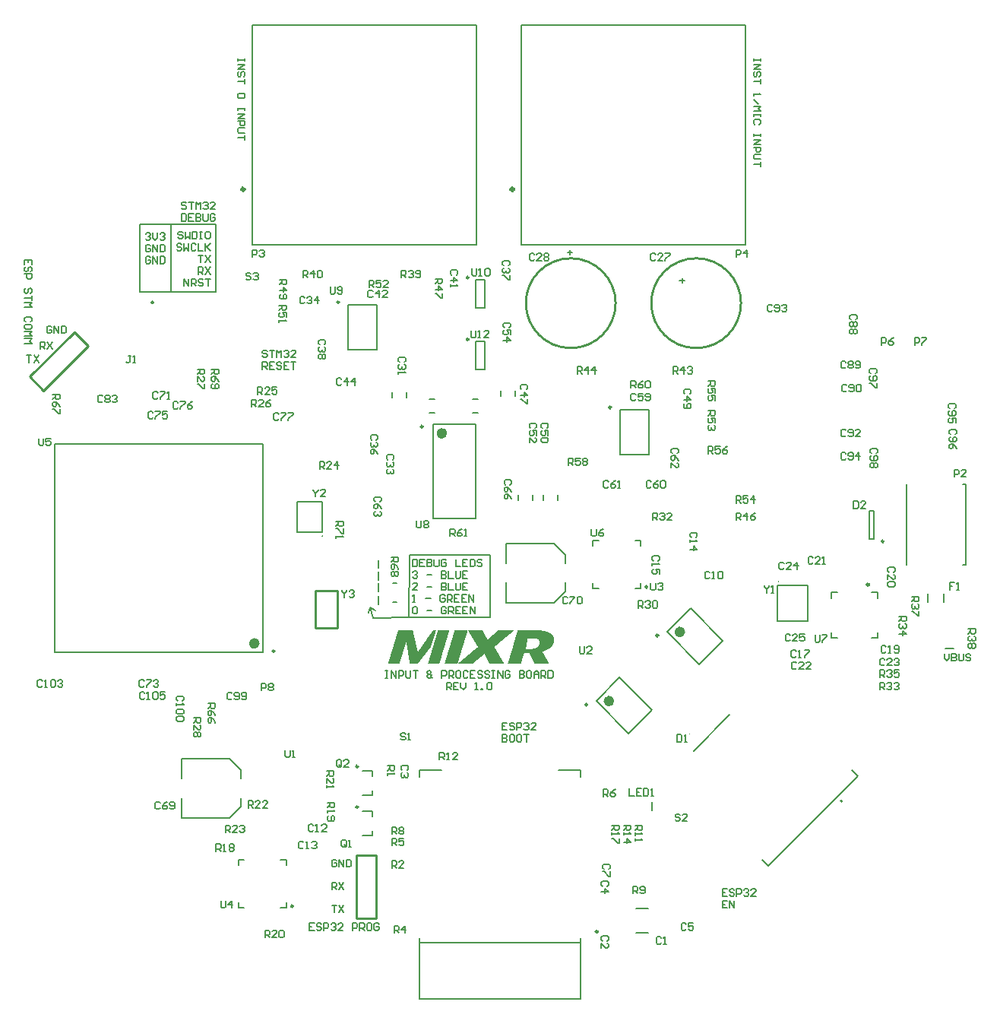
<source format=gto>
G04*
G04 #@! TF.GenerationSoftware,Altium Limited,Altium Designer,20.0.11 (256)*
G04*
G04 Layer_Color=65535*
%FSLAX25Y25*%
%MOIN*%
G70*
G01*
G75*
%ADD10C,0.02362*%
%ADD11C,0.00984*%
%ADD12C,0.01575*%
%ADD13C,0.00787*%
%ADD14C,0.01181*%
%ADD15C,0.01000*%
%ADD16C,0.00394*%
%ADD17C,0.00787*%
%ADD18C,0.00600*%
%ADD19C,0.00591*%
%ADD20C,0.00500*%
G36*
X183771Y48340D02*
X183688D01*
Y48258D01*
X183606D01*
Y48176D01*
X183524D01*
Y48094D01*
X183359D01*
Y48011D01*
X183277D01*
Y47929D01*
X183195D01*
Y47847D01*
X183113D01*
Y47765D01*
X183030D01*
Y47682D01*
X182866D01*
Y47600D01*
X182784D01*
Y47518D01*
X182701D01*
Y47436D01*
X182619D01*
Y47354D01*
X182537D01*
Y47271D01*
X182372D01*
Y47189D01*
X182290D01*
Y47107D01*
X182208D01*
Y47025D01*
X182126D01*
Y46942D01*
X182043D01*
Y46860D01*
X181879D01*
Y46778D01*
X181797D01*
Y46696D01*
X181714D01*
Y46613D01*
X181632D01*
Y46531D01*
X181550D01*
Y46449D01*
X181385D01*
Y46367D01*
X181303D01*
Y46284D01*
X181221D01*
Y46202D01*
X181139D01*
Y46120D01*
X181056D01*
Y46038D01*
X180892D01*
Y45955D01*
X180810D01*
Y45873D01*
X180727D01*
Y45791D01*
X180645D01*
Y45709D01*
X180563D01*
Y45626D01*
X180398D01*
Y45544D01*
X180316D01*
Y45462D01*
X180234D01*
Y45379D01*
X180152D01*
Y45297D01*
X180069D01*
Y45215D01*
X179905D01*
Y45133D01*
X179823D01*
Y45050D01*
X179740D01*
Y44968D01*
X179658D01*
Y44886D01*
X179576D01*
Y44804D01*
X179411D01*
Y44721D01*
X179329D01*
Y44639D01*
X179247D01*
Y44557D01*
X179165D01*
Y44475D01*
X179082D01*
Y44392D01*
X178918D01*
Y44310D01*
X178836D01*
Y44228D01*
X178753D01*
Y44146D01*
X178671D01*
Y44063D01*
X178589D01*
Y43981D01*
X178424D01*
Y43899D01*
X178342D01*
Y43817D01*
X178260D01*
Y43734D01*
X178178D01*
Y43652D01*
X178095D01*
Y43570D01*
X177931D01*
Y43488D01*
X177849D01*
Y43406D01*
X177766D01*
Y43323D01*
X177684D01*
Y43241D01*
X177602D01*
Y43159D01*
X177437D01*
Y43077D01*
X177355D01*
Y42994D01*
X177273D01*
Y42912D01*
X177191D01*
Y42830D01*
X177108D01*
Y42748D01*
X176944D01*
Y42665D01*
X176862D01*
Y42583D01*
X176779D01*
Y42501D01*
X176697D01*
Y42419D01*
X176615D01*
Y42336D01*
X176450D01*
Y42254D01*
X176368D01*
Y42172D01*
X176286D01*
Y42090D01*
X176204D01*
Y42007D01*
X176121D01*
Y41925D01*
X175957D01*
Y41843D01*
X175875D01*
Y41761D01*
X175792D01*
Y41678D01*
X175710D01*
Y41596D01*
X175628D01*
Y41514D01*
X175463D01*
Y41431D01*
X175381D01*
Y41349D01*
X175299D01*
Y41267D01*
X175217D01*
Y41185D01*
Y41102D01*
Y41020D01*
X175299D01*
Y40938D01*
X175381D01*
Y40856D01*
Y40773D01*
X175463D01*
Y40691D01*
Y40609D01*
X175546D01*
Y40527D01*
X175628D01*
Y40444D01*
Y40362D01*
X175710D01*
Y40280D01*
Y40198D01*
X175792D01*
Y40115D01*
X175875D01*
Y40033D01*
Y39951D01*
X175957D01*
Y39869D01*
Y39786D01*
X176039D01*
Y39704D01*
X176121D01*
Y39622D01*
Y39540D01*
X176204D01*
Y39457D01*
Y39375D01*
X176286D01*
Y39293D01*
Y39211D01*
X176368D01*
Y39129D01*
X176450D01*
Y39046D01*
Y38964D01*
X176533D01*
Y38882D01*
X176615D01*
Y38800D01*
Y38717D01*
X176697D01*
Y38635D01*
Y38553D01*
X176779D01*
Y38471D01*
X176862D01*
Y38388D01*
Y38306D01*
X176944D01*
Y38224D01*
Y38142D01*
X177026D01*
Y38059D01*
X177108D01*
Y37977D01*
Y37895D01*
X177191D01*
Y37813D01*
Y37730D01*
X177273D01*
Y37648D01*
X177355D01*
Y37566D01*
Y37484D01*
X177437D01*
Y37401D01*
Y37319D01*
X177520D01*
Y37237D01*
X177602D01*
Y37154D01*
Y37072D01*
X177684D01*
Y36990D01*
Y36908D01*
X177766D01*
Y36825D01*
Y36743D01*
X177849D01*
Y36661D01*
X177931D01*
Y36579D01*
Y36497D01*
X178013D01*
Y36414D01*
X178095D01*
Y36332D01*
Y36250D01*
X178178D01*
Y36167D01*
Y36085D01*
X178260D01*
Y36003D01*
X178342D01*
Y35921D01*
Y35838D01*
X178424D01*
Y35756D01*
Y35674D01*
X178507D01*
Y35592D01*
X178589D01*
Y35509D01*
Y35427D01*
X178671D01*
Y35345D01*
Y35263D01*
X178753D01*
Y35181D01*
Y35098D01*
X178836D01*
Y35016D01*
X178918D01*
Y34934D01*
Y34852D01*
X179000D01*
Y34769D01*
Y34687D01*
X179082D01*
Y34605D01*
X179165D01*
Y34523D01*
Y34440D01*
X179247D01*
Y34358D01*
X179329D01*
Y34276D01*
Y34194D01*
X179411D01*
Y34111D01*
Y34029D01*
X179494D01*
Y33947D01*
X173078D01*
Y34029D01*
X172996D01*
Y34111D01*
Y34194D01*
X172914D01*
Y34276D01*
Y34358D01*
X172831D01*
Y34440D01*
X172749D01*
Y34523D01*
Y34605D01*
X172667D01*
Y34687D01*
Y34769D01*
X172585D01*
Y34852D01*
Y34934D01*
X172502D01*
Y35016D01*
Y35098D01*
X172420D01*
Y35181D01*
Y35263D01*
X172338D01*
Y35345D01*
Y35427D01*
X172256D01*
Y35509D01*
Y35592D01*
X172173D01*
Y35674D01*
Y35756D01*
X172091D01*
Y35838D01*
Y35921D01*
X172009D01*
Y36003D01*
Y36085D01*
X171927D01*
Y36167D01*
X171844D01*
Y36250D01*
Y36332D01*
X171762D01*
Y36414D01*
Y36497D01*
X171680D01*
Y36579D01*
Y36661D01*
X171598D01*
Y36743D01*
Y36825D01*
X171515D01*
Y36908D01*
Y36990D01*
X171433D01*
Y37072D01*
Y37154D01*
X171351D01*
Y37237D01*
Y37319D01*
X171269D01*
Y37401D01*
Y37484D01*
X171186D01*
Y37566D01*
Y37648D01*
X171104D01*
Y37730D01*
Y37813D01*
X171022D01*
Y37895D01*
X170940D01*
Y37977D01*
Y38059D01*
X170693D01*
Y37977D01*
X170611D01*
Y37895D01*
X170528D01*
Y37813D01*
X170446D01*
Y37730D01*
X170282D01*
Y37648D01*
X170199D01*
Y37566D01*
X170117D01*
Y37484D01*
X170035D01*
Y37401D01*
X169953D01*
Y37319D01*
X169788D01*
Y37237D01*
X169706D01*
Y37154D01*
X169624D01*
Y37072D01*
X169541D01*
Y36990D01*
X169377D01*
Y36908D01*
X169295D01*
Y36825D01*
X169212D01*
Y36743D01*
X169130D01*
Y36661D01*
X169048D01*
Y36579D01*
X168883D01*
Y36497D01*
X168801D01*
Y36414D01*
X168719D01*
Y36332D01*
X168637D01*
Y36250D01*
X168472D01*
Y36167D01*
X168390D01*
Y36085D01*
X168308D01*
Y36003D01*
X168225D01*
Y35921D01*
X168143D01*
Y35838D01*
X167979D01*
Y35756D01*
X167896D01*
Y35674D01*
X167814D01*
Y35592D01*
X167732D01*
Y35509D01*
X167567D01*
Y35427D01*
X167485D01*
Y35345D01*
X167403D01*
Y35263D01*
X167321D01*
Y35181D01*
X167238D01*
Y35098D01*
X167074D01*
Y35016D01*
X166992D01*
Y34934D01*
X166909D01*
Y34852D01*
X166827D01*
Y34769D01*
X166663D01*
Y34687D01*
X166580D01*
Y34605D01*
X166498D01*
Y34523D01*
X166416D01*
Y34440D01*
X166251D01*
Y34358D01*
X166169D01*
Y34276D01*
X166087D01*
Y34194D01*
X166005D01*
Y34111D01*
X165922D01*
Y34029D01*
X165758D01*
Y33947D01*
X159343D01*
Y34029D01*
X159507D01*
Y34111D01*
X159589D01*
Y34194D01*
X159671D01*
Y34276D01*
X159754D01*
Y34358D01*
X159836D01*
Y34440D01*
X160001D01*
Y34523D01*
X160083D01*
Y34605D01*
X160165D01*
Y34687D01*
X160247D01*
Y34769D01*
X160329D01*
Y34852D01*
X160494D01*
Y34934D01*
X160576D01*
Y35016D01*
X160658D01*
Y35098D01*
X160741D01*
Y35181D01*
X160823D01*
Y35263D01*
X160987D01*
Y35345D01*
X161070D01*
Y35427D01*
X161152D01*
Y35509D01*
X161234D01*
Y35592D01*
X161317D01*
Y35674D01*
X161481D01*
Y35756D01*
X161563D01*
Y35838D01*
X161645D01*
Y35921D01*
X161728D01*
Y36003D01*
X161810D01*
Y36085D01*
X161974D01*
Y36167D01*
X162057D01*
Y36250D01*
X162139D01*
Y36332D01*
X162221D01*
Y36414D01*
X162303D01*
Y36497D01*
X162468D01*
Y36579D01*
X162550D01*
Y36661D01*
X162632D01*
Y36743D01*
X162715D01*
Y36825D01*
X162797D01*
Y36908D01*
X162961D01*
Y36990D01*
X163044D01*
Y37072D01*
X163126D01*
Y37154D01*
X163208D01*
Y37237D01*
X163290D01*
Y37319D01*
X163455D01*
Y37401D01*
X163537D01*
Y37484D01*
X163619D01*
Y37566D01*
X163702D01*
Y37648D01*
X163784D01*
Y37730D01*
X163948D01*
Y37813D01*
X164031D01*
Y37895D01*
X164113D01*
Y37977D01*
X164195D01*
Y38059D01*
X164277D01*
Y38142D01*
X164442D01*
Y38224D01*
X164524D01*
Y38306D01*
X164606D01*
Y38388D01*
X164689D01*
Y38471D01*
X164771D01*
Y38553D01*
X164935D01*
Y38635D01*
X165018D01*
Y38717D01*
X165100D01*
Y38800D01*
X165182D01*
Y38882D01*
X165264D01*
Y38964D01*
X165429D01*
Y39046D01*
X165511D01*
Y39129D01*
X165593D01*
Y39211D01*
X165676D01*
Y39293D01*
X165758D01*
Y39375D01*
X165922D01*
Y39457D01*
X166005D01*
Y39540D01*
X166087D01*
Y39622D01*
X166169D01*
Y39704D01*
X166251D01*
Y39786D01*
X166416D01*
Y39869D01*
X166498D01*
Y39951D01*
X166580D01*
Y40033D01*
X166663D01*
Y40115D01*
X166745D01*
Y40198D01*
X166909D01*
Y40280D01*
X166992D01*
Y40362D01*
X167074D01*
Y40444D01*
X167156D01*
Y40527D01*
X167238D01*
Y40609D01*
X167403D01*
Y40691D01*
X167485D01*
Y40773D01*
X167567D01*
Y40856D01*
X167650D01*
Y40938D01*
X167732D01*
Y41020D01*
X167896D01*
Y41102D01*
X167979D01*
Y41185D01*
Y41267D01*
X167896D01*
Y41349D01*
Y41431D01*
X167814D01*
Y41514D01*
Y41596D01*
X167732D01*
Y41678D01*
X167650D01*
Y41761D01*
Y41843D01*
X167567D01*
Y41925D01*
Y42007D01*
X167485D01*
Y42090D01*
X167403D01*
Y42172D01*
Y42254D01*
X167321D01*
Y42336D01*
Y42419D01*
X167238D01*
Y42501D01*
X167156D01*
Y42583D01*
Y42665D01*
X167074D01*
Y42748D01*
Y42830D01*
X166992D01*
Y42912D01*
X166909D01*
Y42994D01*
Y43077D01*
X166827D01*
Y43159D01*
X166745D01*
Y43241D01*
Y43323D01*
X166663D01*
Y43406D01*
Y43488D01*
X166580D01*
Y43570D01*
Y43652D01*
X166498D01*
Y43734D01*
X166416D01*
Y43817D01*
Y43899D01*
X166334D01*
Y43981D01*
Y44063D01*
X166251D01*
Y44146D01*
X166169D01*
Y44228D01*
Y44310D01*
X166087D01*
Y44392D01*
Y44475D01*
X166005D01*
Y44557D01*
X165922D01*
Y44639D01*
Y44721D01*
X165840D01*
Y44804D01*
Y44886D01*
X165758D01*
Y44968D01*
X165676D01*
Y45050D01*
Y45133D01*
X165593D01*
Y45215D01*
Y45297D01*
X165511D01*
Y45379D01*
X165429D01*
Y45462D01*
Y45544D01*
X165347D01*
Y45626D01*
X165264D01*
Y45709D01*
Y45791D01*
X165182D01*
Y45873D01*
Y45955D01*
X165100D01*
Y46038D01*
Y46120D01*
X165018D01*
Y46202D01*
X164935D01*
Y46284D01*
Y46367D01*
X164853D01*
Y46449D01*
Y46531D01*
X164771D01*
Y46613D01*
X164689D01*
Y46696D01*
Y46778D01*
X164606D01*
Y46860D01*
Y46942D01*
X164524D01*
Y47025D01*
X164442D01*
Y47107D01*
Y47189D01*
X164360D01*
Y47271D01*
Y47354D01*
X164277D01*
Y47436D01*
X164195D01*
Y47518D01*
Y47600D01*
X164113D01*
Y47682D01*
Y47765D01*
X164031D01*
Y47847D01*
X163948D01*
Y47929D01*
Y48011D01*
X163866D01*
Y48094D01*
Y48176D01*
X163784D01*
Y48258D01*
X163702D01*
Y48340D01*
Y48423D01*
X170117D01*
Y48340D01*
Y48258D01*
X170199D01*
Y48176D01*
X170282D01*
Y48094D01*
Y48011D01*
X170364D01*
Y47929D01*
Y47847D01*
X170446D01*
Y47765D01*
Y47682D01*
X170528D01*
Y47600D01*
Y47518D01*
X170611D01*
Y47436D01*
Y47354D01*
X170693D01*
Y47271D01*
Y47189D01*
X170775D01*
Y47107D01*
Y47025D01*
X170857D01*
Y46942D01*
Y46860D01*
X170940D01*
Y46778D01*
Y46696D01*
X171022D01*
Y46613D01*
X171104D01*
Y46531D01*
Y46449D01*
X171186D01*
Y46367D01*
Y46284D01*
X171269D01*
Y46202D01*
Y46120D01*
X171351D01*
Y46038D01*
Y45955D01*
X171433D01*
Y45873D01*
Y45791D01*
X171515D01*
Y45709D01*
Y45626D01*
X171598D01*
Y45544D01*
Y45462D01*
X171680D01*
Y45379D01*
Y45297D01*
X171762D01*
Y45215D01*
Y45133D01*
X171844D01*
Y45050D01*
X171927D01*
Y44968D01*
Y44886D01*
X172009D01*
Y44804D01*
Y44721D01*
X172091D01*
Y44639D01*
Y44557D01*
X172173D01*
Y44475D01*
Y44392D01*
X172256D01*
Y44310D01*
X172420D01*
Y44392D01*
X172502D01*
Y44475D01*
X172585D01*
Y44557D01*
X172667D01*
Y44639D01*
X172749D01*
Y44721D01*
X172831D01*
Y44804D01*
X172914D01*
Y44886D01*
X172996D01*
Y44968D01*
X173078D01*
Y45050D01*
X173243D01*
Y45133D01*
X173325D01*
Y45215D01*
X173407D01*
Y45297D01*
X173489D01*
Y45379D01*
X173572D01*
Y45462D01*
X173654D01*
Y45544D01*
X173736D01*
Y45626D01*
X173818D01*
Y45709D01*
X173901D01*
Y45791D01*
X173983D01*
Y45873D01*
X174065D01*
Y45955D01*
X174147D01*
Y46038D01*
X174230D01*
Y46120D01*
X174312D01*
Y46202D01*
X174394D01*
Y46284D01*
X174476D01*
Y46367D01*
X174559D01*
Y46449D01*
X174641D01*
Y46531D01*
X174723D01*
Y46613D01*
X174805D01*
Y46696D01*
X174970D01*
Y46778D01*
X175052D01*
Y46860D01*
X175134D01*
Y46942D01*
X175217D01*
Y47025D01*
X175299D01*
Y47107D01*
X175381D01*
Y47189D01*
X175463D01*
Y47271D01*
X175546D01*
Y47354D01*
X175628D01*
Y47436D01*
X175710D01*
Y47518D01*
X175792D01*
Y47600D01*
X175875D01*
Y47682D01*
X175957D01*
Y47765D01*
X176039D01*
Y47847D01*
X176121D01*
Y47929D01*
X176204D01*
Y48011D01*
X176286D01*
Y48094D01*
X176368D01*
Y48176D01*
X176450D01*
Y48258D01*
X176533D01*
Y48340D01*
X176615D01*
Y48423D01*
X183771D01*
Y48340D01*
D02*
G37*
G36*
X149637D02*
X149555D01*
Y48258D01*
Y48176D01*
Y48094D01*
X149472D01*
Y48011D01*
Y47929D01*
Y47847D01*
Y47765D01*
X149390D01*
Y47682D01*
Y47600D01*
Y47518D01*
X149308D01*
Y47436D01*
Y47354D01*
Y47271D01*
X149226D01*
Y47189D01*
Y47107D01*
Y47025D01*
X149144D01*
Y46942D01*
Y46860D01*
Y46778D01*
X149061D01*
Y46696D01*
Y46613D01*
Y46531D01*
X148979D01*
Y46449D01*
Y46367D01*
Y46284D01*
Y46202D01*
X148897D01*
Y46120D01*
Y46038D01*
Y45955D01*
X148814D01*
Y45873D01*
Y45791D01*
Y45709D01*
X148732D01*
Y45626D01*
Y45544D01*
Y45462D01*
X148650D01*
Y45379D01*
Y45297D01*
Y45215D01*
X148568D01*
Y45133D01*
Y45050D01*
Y44968D01*
Y44886D01*
X148486D01*
Y44804D01*
Y44721D01*
Y44639D01*
X148403D01*
Y44557D01*
Y44475D01*
Y44392D01*
X148321D01*
Y44310D01*
Y44228D01*
Y44146D01*
X148239D01*
Y44063D01*
Y43981D01*
Y43899D01*
X148156D01*
Y43817D01*
Y43734D01*
Y43652D01*
Y43570D01*
X148074D01*
Y43488D01*
Y43406D01*
Y43323D01*
X147992D01*
Y43241D01*
Y43159D01*
Y43077D01*
X147910D01*
Y42994D01*
Y42912D01*
Y42830D01*
X147827D01*
Y42748D01*
Y42665D01*
Y42583D01*
X147745D01*
Y42501D01*
Y42419D01*
Y42336D01*
X147663D01*
Y42254D01*
Y42172D01*
Y42090D01*
Y42007D01*
X147581D01*
Y41925D01*
Y41843D01*
Y41761D01*
X147499D01*
Y41678D01*
Y41596D01*
Y41514D01*
X147416D01*
Y41431D01*
Y41349D01*
Y41267D01*
Y41185D01*
X147334D01*
Y41102D01*
X147252D01*
Y41020D01*
X147169D01*
Y40938D01*
Y40856D01*
X147087D01*
Y40773D01*
X147005D01*
Y40691D01*
X146923D01*
Y40609D01*
X146841D01*
Y40527D01*
Y40444D01*
X146758D01*
Y40362D01*
X146676D01*
Y40280D01*
X146594D01*
Y40198D01*
X146511D01*
Y40115D01*
Y40033D01*
X146429D01*
Y39951D01*
X146347D01*
Y39869D01*
X146265D01*
Y39786D01*
Y39704D01*
X146183D01*
Y39622D01*
X146100D01*
Y39540D01*
X146018D01*
Y39457D01*
X145936D01*
Y39375D01*
Y39293D01*
X145853D01*
Y39211D01*
X145771D01*
Y39129D01*
X145689D01*
Y39046D01*
X145607D01*
Y38964D01*
Y38882D01*
X145525D01*
Y38800D01*
X145442D01*
Y38717D01*
X145360D01*
Y38635D01*
X145278D01*
Y38553D01*
Y38471D01*
X145195D01*
Y38388D01*
X145113D01*
Y38306D01*
X145031D01*
Y38224D01*
Y38142D01*
X144949D01*
Y38059D01*
X144867D01*
Y37977D01*
X144784D01*
Y37895D01*
X144702D01*
Y37813D01*
Y37730D01*
X144620D01*
Y37648D01*
X144537D01*
Y37566D01*
X144455D01*
Y37484D01*
X144373D01*
Y37401D01*
Y37319D01*
X144291D01*
Y37237D01*
X144209D01*
Y37154D01*
X144126D01*
Y37072D01*
Y36990D01*
X144044D01*
Y36908D01*
X143962D01*
Y36825D01*
X143879D01*
Y36743D01*
X143797D01*
Y36661D01*
Y36579D01*
X143715D01*
Y36497D01*
X143633D01*
Y36414D01*
X143551D01*
Y36332D01*
X143468D01*
Y36250D01*
Y36167D01*
X143386D01*
Y36085D01*
X143304D01*
Y36003D01*
X143221D01*
Y35921D01*
Y35838D01*
X143139D01*
Y35756D01*
X143057D01*
Y35674D01*
X142975D01*
Y35592D01*
X142893D01*
Y35509D01*
Y35427D01*
X142810D01*
Y35345D01*
X142728D01*
Y35263D01*
X142646D01*
Y35181D01*
X142563D01*
Y35098D01*
Y35016D01*
X142481D01*
Y34934D01*
X142399D01*
Y34852D01*
X142317D01*
Y34769D01*
Y34687D01*
X142235D01*
Y34605D01*
X142152D01*
Y34523D01*
X142070D01*
Y34440D01*
X141988D01*
Y34358D01*
Y34276D01*
X141905D01*
Y34194D01*
X141823D01*
Y34111D01*
X141741D01*
Y34029D01*
X141659D01*
Y33947D01*
X138040D01*
Y34029D01*
Y34111D01*
Y34194D01*
Y34276D01*
Y34358D01*
Y34440D01*
X137958D01*
Y34523D01*
Y34605D01*
Y34687D01*
Y34769D01*
Y34852D01*
Y34934D01*
Y35016D01*
X137875D01*
Y35098D01*
Y35181D01*
Y35263D01*
Y35345D01*
Y35427D01*
Y35509D01*
X137793D01*
Y35592D01*
Y35674D01*
Y35756D01*
Y35838D01*
Y35921D01*
Y36003D01*
X137711D01*
Y36085D01*
Y36167D01*
Y36250D01*
Y36332D01*
Y36414D01*
Y36497D01*
Y36579D01*
X137628D01*
Y36661D01*
Y36743D01*
Y36825D01*
Y36908D01*
Y36990D01*
Y37072D01*
X137546D01*
Y37154D01*
Y37237D01*
Y37319D01*
Y37401D01*
Y37484D01*
Y37566D01*
Y37648D01*
X137464D01*
Y37730D01*
Y37813D01*
Y37895D01*
Y37977D01*
Y38059D01*
Y38142D01*
X137382D01*
Y38224D01*
Y38306D01*
Y38388D01*
Y38471D01*
Y38553D01*
Y38635D01*
Y38717D01*
X137300D01*
Y38800D01*
Y38882D01*
Y38964D01*
Y39046D01*
Y39129D01*
Y39211D01*
X137217D01*
Y39293D01*
Y39375D01*
Y39457D01*
Y39540D01*
Y39622D01*
Y39704D01*
X137135D01*
Y39786D01*
Y39869D01*
Y39951D01*
Y40033D01*
Y40115D01*
Y40198D01*
Y40280D01*
X137053D01*
Y40362D01*
Y40444D01*
Y40527D01*
Y40609D01*
Y40691D01*
Y40773D01*
X136970D01*
Y40856D01*
Y40938D01*
Y41020D01*
Y41102D01*
Y41185D01*
Y41267D01*
Y41349D01*
X136888D01*
Y41431D01*
Y41514D01*
Y41596D01*
Y41678D01*
Y41761D01*
Y41843D01*
X136806D01*
Y41925D01*
Y42007D01*
Y42090D01*
Y42172D01*
Y42254D01*
Y42336D01*
Y42419D01*
X136724D01*
Y42501D01*
Y42583D01*
Y42665D01*
Y42748D01*
Y42830D01*
Y42912D01*
X136642D01*
Y42994D01*
Y43077D01*
Y43159D01*
Y43241D01*
Y43323D01*
X136477D01*
Y43241D01*
Y43159D01*
Y43077D01*
Y42994D01*
X136395D01*
Y42912D01*
Y42830D01*
Y42748D01*
X136312D01*
Y42665D01*
Y42583D01*
Y42501D01*
X136230D01*
Y42419D01*
Y42336D01*
Y42254D01*
X136148D01*
Y42172D01*
Y42090D01*
Y42007D01*
Y41925D01*
X136066D01*
Y41843D01*
Y41761D01*
Y41678D01*
X135984D01*
Y41596D01*
Y41514D01*
Y41431D01*
X135901D01*
Y41349D01*
Y41267D01*
Y41185D01*
X135819D01*
Y41102D01*
Y41020D01*
Y40938D01*
X135737D01*
Y40856D01*
Y40773D01*
Y40691D01*
Y40609D01*
X135654D01*
Y40527D01*
Y40444D01*
Y40362D01*
X135572D01*
Y40280D01*
Y40198D01*
Y40115D01*
X135490D01*
Y40033D01*
Y39951D01*
Y39869D01*
X135408D01*
Y39786D01*
Y39704D01*
Y39622D01*
Y39540D01*
X135326D01*
Y39457D01*
Y39375D01*
Y39293D01*
X135243D01*
Y39211D01*
Y39129D01*
Y39046D01*
X135161D01*
Y38964D01*
Y38882D01*
Y38800D01*
X135079D01*
Y38717D01*
Y38635D01*
Y38553D01*
X134996D01*
Y38471D01*
Y38388D01*
Y38306D01*
Y38224D01*
X134914D01*
Y38142D01*
Y38059D01*
Y37977D01*
X134832D01*
Y37895D01*
Y37813D01*
Y37730D01*
X134750D01*
Y37648D01*
Y37566D01*
Y37484D01*
X134668D01*
Y37401D01*
Y37319D01*
Y37237D01*
X134585D01*
Y37154D01*
Y37072D01*
Y36990D01*
Y36908D01*
X134503D01*
Y36825D01*
Y36743D01*
Y36661D01*
X134421D01*
Y36579D01*
Y36497D01*
Y36414D01*
X134338D01*
Y36332D01*
Y36250D01*
Y36167D01*
X134256D01*
Y36085D01*
Y36003D01*
Y35921D01*
Y35838D01*
X134174D01*
Y35756D01*
Y35674D01*
Y35592D01*
X134092D01*
Y35509D01*
Y35427D01*
Y35345D01*
X134010D01*
Y35263D01*
Y35181D01*
Y35098D01*
X133927D01*
Y35016D01*
Y34934D01*
Y34852D01*
X133845D01*
Y34769D01*
Y34687D01*
Y34605D01*
Y34523D01*
X133763D01*
Y34440D01*
Y34358D01*
Y34276D01*
X133680D01*
Y34194D01*
Y34111D01*
Y34029D01*
Y33947D01*
X128581D01*
Y34029D01*
X128663D01*
Y34111D01*
Y34194D01*
X128746D01*
Y34276D01*
Y34358D01*
Y34440D01*
X128828D01*
Y34523D01*
Y34605D01*
Y34687D01*
Y34769D01*
X128910D01*
Y34852D01*
Y34934D01*
Y35016D01*
X128992D01*
Y35098D01*
Y35181D01*
Y35263D01*
Y35345D01*
X129075D01*
Y35427D01*
Y35509D01*
Y35592D01*
X129157D01*
Y35674D01*
Y35756D01*
Y35838D01*
X129239D01*
Y35921D01*
Y36003D01*
Y36085D01*
Y36167D01*
X129321D01*
Y36250D01*
Y36332D01*
Y36414D01*
X129403D01*
Y36497D01*
Y36579D01*
Y36661D01*
X129486D01*
Y36743D01*
Y36825D01*
Y36908D01*
X129568D01*
Y36990D01*
Y37072D01*
Y37154D01*
Y37237D01*
X129650D01*
Y37319D01*
Y37401D01*
Y37484D01*
X129733D01*
Y37566D01*
Y37648D01*
Y37730D01*
Y37813D01*
X129815D01*
Y37895D01*
Y37977D01*
Y38059D01*
X129897D01*
Y38142D01*
Y38224D01*
Y38306D01*
X129979D01*
Y38388D01*
Y38471D01*
Y38553D01*
Y38635D01*
X130062D01*
Y38717D01*
Y38800D01*
Y38882D01*
X130144D01*
Y38964D01*
Y39046D01*
Y39129D01*
X130226D01*
Y39211D01*
Y39293D01*
Y39375D01*
Y39457D01*
X130308D01*
Y39540D01*
Y39622D01*
Y39704D01*
X130391D01*
Y39786D01*
Y39869D01*
Y39951D01*
X130473D01*
Y40033D01*
Y40115D01*
Y40198D01*
Y40280D01*
X130555D01*
Y40362D01*
Y40444D01*
Y40527D01*
X130637D01*
Y40609D01*
Y40691D01*
Y40773D01*
X130719D01*
Y40856D01*
Y40938D01*
Y41020D01*
Y41102D01*
X130802D01*
Y41185D01*
Y41267D01*
Y41349D01*
X130884D01*
Y41431D01*
Y41514D01*
Y41596D01*
X130966D01*
Y41678D01*
Y41761D01*
Y41843D01*
Y41925D01*
X131049D01*
Y42007D01*
Y42090D01*
Y42172D01*
X131131D01*
Y42254D01*
Y42336D01*
Y42419D01*
X131213D01*
Y42501D01*
Y42583D01*
Y42665D01*
Y42748D01*
X131295D01*
Y42830D01*
Y42912D01*
Y42994D01*
X131377D01*
Y43077D01*
Y43159D01*
Y43241D01*
X131460D01*
Y43323D01*
Y43406D01*
Y43488D01*
Y43570D01*
X131542D01*
Y43652D01*
Y43734D01*
Y43817D01*
X131624D01*
Y43899D01*
Y43981D01*
Y44063D01*
X131707D01*
Y44146D01*
Y44228D01*
Y44310D01*
Y44392D01*
X131789D01*
Y44475D01*
Y44557D01*
Y44639D01*
X131871D01*
Y44721D01*
Y44804D01*
Y44886D01*
X131953D01*
Y44968D01*
Y45050D01*
Y45133D01*
Y45215D01*
X132036D01*
Y45297D01*
Y45379D01*
Y45462D01*
X132118D01*
Y45544D01*
Y45626D01*
Y45709D01*
X132200D01*
Y45791D01*
Y45873D01*
Y45955D01*
Y46038D01*
X132282D01*
Y46120D01*
Y46202D01*
Y46284D01*
X132364D01*
Y46367D01*
Y46449D01*
Y46531D01*
X132447D01*
Y46613D01*
Y46696D01*
Y46778D01*
Y46860D01*
X132529D01*
Y46942D01*
Y47025D01*
Y47107D01*
X132611D01*
Y47189D01*
Y47271D01*
Y47354D01*
X132694D01*
Y47436D01*
Y47518D01*
Y47600D01*
Y47682D01*
X132776D01*
Y47765D01*
Y47847D01*
Y47929D01*
X132858D01*
Y48011D01*
Y48094D01*
Y48176D01*
X132940D01*
Y48258D01*
Y48340D01*
Y48423D01*
X139438D01*
Y48340D01*
Y48258D01*
X139520D01*
Y48176D01*
Y48094D01*
Y48011D01*
Y47929D01*
X139602D01*
Y47847D01*
Y47765D01*
Y47682D01*
Y47600D01*
X139685D01*
Y47518D01*
Y47436D01*
Y47354D01*
Y47271D01*
Y47189D01*
X139767D01*
Y47107D01*
Y47025D01*
Y46942D01*
Y46860D01*
X139849D01*
Y46778D01*
Y46696D01*
Y46613D01*
Y46531D01*
X139931D01*
Y46449D01*
Y46367D01*
Y46284D01*
Y46202D01*
X140014D01*
Y46120D01*
Y46038D01*
Y45955D01*
Y45873D01*
Y45791D01*
X140096D01*
Y45709D01*
Y45626D01*
Y45544D01*
Y45462D01*
X140178D01*
Y45379D01*
Y45297D01*
Y45215D01*
Y45133D01*
X140261D01*
Y45050D01*
Y44968D01*
Y44886D01*
Y44804D01*
Y44721D01*
X140343D01*
Y44639D01*
Y44557D01*
Y44475D01*
Y44392D01*
X140425D01*
Y44310D01*
Y44228D01*
Y44146D01*
Y44063D01*
X140507D01*
Y43981D01*
Y43899D01*
Y43817D01*
Y43734D01*
X140589D01*
Y43652D01*
Y43570D01*
Y43488D01*
Y43406D01*
Y43323D01*
X140672D01*
Y43241D01*
Y43159D01*
Y43077D01*
Y42994D01*
X140754D01*
Y42912D01*
Y42830D01*
Y42748D01*
Y42665D01*
X140836D01*
Y42583D01*
Y42501D01*
Y42419D01*
Y42336D01*
Y42254D01*
X140919D01*
Y42172D01*
Y42090D01*
Y42007D01*
Y41925D01*
X141001D01*
Y41843D01*
Y41761D01*
Y41678D01*
Y41596D01*
X141083D01*
Y41514D01*
Y41431D01*
Y41349D01*
Y41267D01*
X141165D01*
Y41185D01*
Y41102D01*
Y41020D01*
Y40938D01*
Y40856D01*
X141247D01*
Y40773D01*
Y40691D01*
Y40609D01*
Y40527D01*
X141330D01*
Y40444D01*
Y40362D01*
Y40280D01*
Y40198D01*
X141412D01*
Y40115D01*
Y40033D01*
Y39951D01*
Y39869D01*
Y39786D01*
X141494D01*
Y39704D01*
Y39622D01*
Y39540D01*
Y39457D01*
X141577D01*
Y39375D01*
Y39293D01*
Y39211D01*
Y39129D01*
Y39046D01*
X141741D01*
Y39129D01*
X141823D01*
Y39211D01*
Y39293D01*
X141905D01*
Y39375D01*
X141988D01*
Y39457D01*
Y39540D01*
X142070D01*
Y39622D01*
X142152D01*
Y39704D01*
Y39786D01*
X142235D01*
Y39869D01*
X142317D01*
Y39951D01*
X142399D01*
Y40033D01*
Y40115D01*
X142481D01*
Y40198D01*
X142563D01*
Y40280D01*
Y40362D01*
X142646D01*
Y40444D01*
X142728D01*
Y40527D01*
Y40609D01*
X142810D01*
Y40691D01*
X142893D01*
Y40773D01*
X142975D01*
Y40856D01*
Y40938D01*
X143057D01*
Y41020D01*
X143139D01*
Y41102D01*
Y41185D01*
X143221D01*
Y41267D01*
X143304D01*
Y41349D01*
Y41431D01*
X143386D01*
Y41514D01*
X143468D01*
Y41596D01*
X143551D01*
Y41678D01*
Y41761D01*
X143633D01*
Y41843D01*
X143715D01*
Y41925D01*
Y42007D01*
X143797D01*
Y42090D01*
X143879D01*
Y42172D01*
Y42254D01*
X143962D01*
Y42336D01*
X144044D01*
Y42419D01*
X144126D01*
Y42501D01*
Y42583D01*
X144209D01*
Y42665D01*
X144291D01*
Y42748D01*
Y42830D01*
X144373D01*
Y42912D01*
X144455D01*
Y42994D01*
Y43077D01*
X144537D01*
Y43159D01*
X144620D01*
Y43241D01*
X144702D01*
Y43323D01*
Y43406D01*
X144784D01*
Y43488D01*
X144867D01*
Y43570D01*
Y43652D01*
X144949D01*
Y43734D01*
X145031D01*
Y43817D01*
Y43899D01*
X145113D01*
Y43981D01*
X145195D01*
Y44063D01*
X145278D01*
Y44146D01*
Y44228D01*
X145360D01*
Y44310D01*
X145442D01*
Y44392D01*
Y44475D01*
X145525D01*
Y44557D01*
X145607D01*
Y44639D01*
Y44721D01*
X145689D01*
Y44804D01*
X145771D01*
Y44886D01*
X145853D01*
Y44968D01*
Y45050D01*
X145936D01*
Y45133D01*
X146018D01*
Y45215D01*
Y45297D01*
X146100D01*
Y45379D01*
X146183D01*
Y45462D01*
Y45544D01*
X146265D01*
Y45626D01*
X146347D01*
Y45709D01*
X146429D01*
Y45791D01*
Y45873D01*
X146511D01*
Y45955D01*
X146594D01*
Y46038D01*
Y46120D01*
X146676D01*
Y46202D01*
X146758D01*
Y46284D01*
Y46367D01*
X146841D01*
Y46449D01*
X146923D01*
Y46531D01*
X147005D01*
Y46613D01*
Y46696D01*
X147087D01*
Y46778D01*
X147169D01*
Y46860D01*
Y46942D01*
X147252D01*
Y47025D01*
X147334D01*
Y47107D01*
Y47189D01*
X147416D01*
Y47271D01*
X147499D01*
Y47354D01*
X147581D01*
Y47436D01*
Y47518D01*
X147663D01*
Y47600D01*
X147745D01*
Y47682D01*
Y47765D01*
X147827D01*
Y47847D01*
X147910D01*
Y47929D01*
Y48011D01*
X147992D01*
Y48094D01*
X148074D01*
Y48176D01*
X148156D01*
Y48258D01*
Y48340D01*
X148239D01*
Y48423D01*
X149637D01*
Y48340D01*
D02*
G37*
G36*
X195944D02*
X196684D01*
Y48258D01*
X197177D01*
Y48176D01*
X197506D01*
Y48094D01*
X197835D01*
Y48011D01*
X198082D01*
Y47929D01*
X198329D01*
Y47847D01*
X198576D01*
Y47765D01*
X198740D01*
Y47682D01*
X198987D01*
Y47600D01*
X199151D01*
Y47518D01*
X199316D01*
Y47436D01*
X199398D01*
Y47354D01*
X199563D01*
Y47271D01*
X199727D01*
Y47189D01*
X199809D01*
Y47107D01*
X199892D01*
Y47025D01*
X200056D01*
Y46942D01*
X200138D01*
Y46860D01*
X200220D01*
Y46778D01*
X200303D01*
Y46696D01*
X200385D01*
Y46613D01*
X200467D01*
Y46531D01*
X200550D01*
Y46449D01*
X200632D01*
Y46367D01*
X200714D01*
Y46284D01*
X200796D01*
Y46202D01*
Y46120D01*
X200879D01*
Y46038D01*
X200961D01*
Y45955D01*
Y45873D01*
X201043D01*
Y45791D01*
Y45709D01*
X201125D01*
Y45626D01*
Y45544D01*
X201207D01*
Y45462D01*
Y45379D01*
X201290D01*
Y45297D01*
Y45215D01*
Y45133D01*
Y45050D01*
X201372D01*
Y44968D01*
Y44886D01*
Y44804D01*
Y44721D01*
Y44639D01*
Y44557D01*
X201454D01*
Y44475D01*
Y44392D01*
Y44310D01*
Y44228D01*
Y44146D01*
Y44063D01*
Y43981D01*
X201372D01*
Y43899D01*
Y43817D01*
Y43734D01*
Y43652D01*
Y43570D01*
Y43488D01*
Y43406D01*
X201290D01*
Y43323D01*
Y43241D01*
Y43159D01*
Y43077D01*
X201207D01*
Y42994D01*
Y42912D01*
Y42830D01*
X201125D01*
Y42748D01*
Y42665D01*
X201043D01*
Y42583D01*
Y42501D01*
Y42419D01*
X200961D01*
Y42336D01*
Y42254D01*
X200879D01*
Y42172D01*
X200796D01*
Y42090D01*
Y42007D01*
X200714D01*
Y41925D01*
Y41843D01*
X200632D01*
Y41761D01*
X200550D01*
Y41678D01*
X200467D01*
Y41596D01*
Y41514D01*
X200385D01*
Y41431D01*
X200303D01*
Y41349D01*
X200220D01*
Y41267D01*
X200138D01*
Y41185D01*
X200056D01*
Y41102D01*
X199974D01*
Y41020D01*
X199892D01*
Y40938D01*
X199809D01*
Y40856D01*
X199727D01*
Y40773D01*
X199645D01*
Y40691D01*
X199480D01*
Y40609D01*
X199398D01*
Y40527D01*
X199316D01*
Y40444D01*
X199151D01*
Y40362D01*
X199069D01*
Y40280D01*
X198905D01*
Y40198D01*
X198740D01*
Y40115D01*
X198658D01*
Y40033D01*
X198493D01*
Y39951D01*
X198329D01*
Y39869D01*
X198164D01*
Y39786D01*
X198000D01*
Y39704D01*
X197835D01*
Y39622D01*
X197589D01*
Y39540D01*
X197424D01*
Y39457D01*
X197177D01*
Y39375D01*
X196931D01*
Y39293D01*
X196684D01*
Y39211D01*
X196355D01*
Y39129D01*
Y39046D01*
Y38964D01*
X196437D01*
Y38882D01*
Y38800D01*
X196519D01*
Y38717D01*
Y38635D01*
X196602D01*
Y38553D01*
X196684D01*
Y38471D01*
Y38388D01*
X196766D01*
Y38306D01*
Y38224D01*
X196848D01*
Y38142D01*
Y38059D01*
X196931D01*
Y37977D01*
Y37895D01*
X197013D01*
Y37813D01*
X197095D01*
Y37730D01*
Y37648D01*
X197177D01*
Y37566D01*
Y37484D01*
X197260D01*
Y37401D01*
Y37319D01*
X197342D01*
Y37237D01*
X197424D01*
Y37154D01*
Y37072D01*
X197506D01*
Y36990D01*
Y36908D01*
X197589D01*
Y36825D01*
Y36743D01*
X197671D01*
Y36661D01*
Y36579D01*
X197753D01*
Y36497D01*
X197835D01*
Y36414D01*
Y36332D01*
X197918D01*
Y36250D01*
Y36167D01*
X198000D01*
Y36085D01*
Y36003D01*
X198082D01*
Y35921D01*
X198164D01*
Y35838D01*
Y35756D01*
X198247D01*
Y35674D01*
Y35592D01*
X198329D01*
Y35509D01*
Y35427D01*
X198411D01*
Y35345D01*
Y35263D01*
X198493D01*
Y35181D01*
X198576D01*
Y35098D01*
Y35016D01*
X198658D01*
Y34934D01*
Y34852D01*
X198740D01*
Y34769D01*
Y34687D01*
X198822D01*
Y34605D01*
Y34523D01*
X198905D01*
Y34440D01*
X198987D01*
Y34358D01*
Y34276D01*
X199069D01*
Y34194D01*
Y34111D01*
X199151D01*
Y34029D01*
X199233D01*
Y33947D01*
X192736D01*
Y34029D01*
Y34111D01*
X192654D01*
Y34194D01*
Y34276D01*
X192571D01*
Y34358D01*
Y34440D01*
X192489D01*
Y34523D01*
Y34605D01*
X192407D01*
Y34687D01*
Y34769D01*
X192325D01*
Y34852D01*
Y34934D01*
Y35016D01*
X192242D01*
Y35098D01*
Y35181D01*
X192160D01*
Y35263D01*
Y35345D01*
X192078D01*
Y35427D01*
Y35509D01*
X191996D01*
Y35592D01*
Y35674D01*
X191913D01*
Y35756D01*
Y35838D01*
X191831D01*
Y35921D01*
Y36003D01*
X191749D01*
Y36085D01*
Y36167D01*
Y36250D01*
X191667D01*
Y36332D01*
Y36414D01*
X191584D01*
Y36497D01*
Y36579D01*
X191502D01*
Y36661D01*
Y36743D01*
X191420D01*
Y36825D01*
Y36908D01*
X191338D01*
Y36990D01*
Y37072D01*
X191255D01*
Y37154D01*
Y37237D01*
X191173D01*
Y37319D01*
Y37401D01*
Y37484D01*
X191091D01*
Y37566D01*
Y37648D01*
X191009D01*
Y37730D01*
Y37813D01*
X190926D01*
Y37895D01*
Y37977D01*
X190844D01*
Y38059D01*
Y38142D01*
X190762D01*
Y38224D01*
Y38306D01*
X190680D01*
Y38388D01*
Y38471D01*
X190597D01*
Y38553D01*
Y38635D01*
X188294D01*
Y38553D01*
Y38471D01*
X188212D01*
Y38388D01*
Y38306D01*
Y38224D01*
Y38142D01*
X188130D01*
Y38059D01*
Y37977D01*
Y37895D01*
X188048D01*
Y37813D01*
Y37730D01*
Y37648D01*
X187965D01*
Y37566D01*
Y37484D01*
Y37401D01*
X187883D01*
Y37319D01*
Y37237D01*
Y37154D01*
X187801D01*
Y37072D01*
Y36990D01*
Y36908D01*
Y36825D01*
X187719D01*
Y36743D01*
Y36661D01*
Y36579D01*
X187636D01*
Y36497D01*
Y36414D01*
Y36332D01*
X187554D01*
Y36250D01*
Y36167D01*
Y36085D01*
X187472D01*
Y36003D01*
Y35921D01*
Y35838D01*
Y35756D01*
X187390D01*
Y35674D01*
Y35592D01*
Y35509D01*
X187307D01*
Y35427D01*
Y35345D01*
Y35263D01*
X187225D01*
Y35181D01*
Y35098D01*
Y35016D01*
X187143D01*
Y34934D01*
Y34852D01*
Y34769D01*
X187061D01*
Y34687D01*
Y34605D01*
Y34523D01*
Y34440D01*
X186978D01*
Y34358D01*
Y34276D01*
Y34194D01*
X186896D01*
Y34111D01*
Y34029D01*
Y33947D01*
X181139D01*
Y34029D01*
Y34111D01*
X181221D01*
Y34194D01*
Y34276D01*
Y34358D01*
X181303D01*
Y34440D01*
Y34523D01*
Y34605D01*
X181385D01*
Y34687D01*
Y34769D01*
Y34852D01*
Y34934D01*
X181468D01*
Y35016D01*
Y35098D01*
Y35181D01*
X181550D01*
Y35263D01*
Y35345D01*
Y35427D01*
X181632D01*
Y35509D01*
Y35592D01*
Y35674D01*
Y35756D01*
X181714D01*
Y35838D01*
Y35921D01*
Y36003D01*
X181797D01*
Y36085D01*
Y36167D01*
Y36250D01*
X181879D01*
Y36332D01*
Y36414D01*
Y36497D01*
Y36579D01*
X181961D01*
Y36661D01*
Y36743D01*
Y36825D01*
X182043D01*
Y36908D01*
Y36990D01*
Y37072D01*
X182126D01*
Y37154D01*
Y37237D01*
Y37319D01*
Y37401D01*
X182208D01*
Y37484D01*
Y37566D01*
Y37648D01*
X182290D01*
Y37730D01*
Y37813D01*
Y37895D01*
X182372D01*
Y37977D01*
Y38059D01*
Y38142D01*
Y38224D01*
X182455D01*
Y38306D01*
Y38388D01*
Y38471D01*
X182537D01*
Y38553D01*
Y38635D01*
Y38717D01*
X182619D01*
Y38800D01*
Y38882D01*
Y38964D01*
Y39046D01*
X182701D01*
Y39129D01*
Y39211D01*
Y39293D01*
X182784D01*
Y39375D01*
Y39457D01*
Y39540D01*
Y39622D01*
X182866D01*
Y39704D01*
Y39786D01*
Y39869D01*
X182948D01*
Y39951D01*
Y40033D01*
Y40115D01*
X183030D01*
Y40198D01*
Y40280D01*
Y40362D01*
X183113D01*
Y40444D01*
Y40527D01*
Y40609D01*
Y40691D01*
X183195D01*
Y40773D01*
Y40856D01*
Y40938D01*
X183277D01*
Y41020D01*
Y41102D01*
Y41185D01*
X183359D01*
Y41267D01*
Y41349D01*
Y41431D01*
Y41514D01*
X183442D01*
Y41596D01*
Y41678D01*
Y41761D01*
X183524D01*
Y41843D01*
Y41925D01*
Y42007D01*
Y42090D01*
X183606D01*
Y42172D01*
Y42254D01*
Y42336D01*
X183688D01*
Y42419D01*
Y42501D01*
Y42583D01*
X183771D01*
Y42665D01*
Y42748D01*
Y42830D01*
X183853D01*
Y42912D01*
Y42994D01*
Y43077D01*
Y43159D01*
X183935D01*
Y43241D01*
Y43323D01*
Y43406D01*
X184017D01*
Y43488D01*
Y43570D01*
Y43652D01*
X184100D01*
Y43734D01*
Y43817D01*
Y43899D01*
Y43981D01*
X184182D01*
Y44063D01*
Y44146D01*
Y44228D01*
X184264D01*
Y44310D01*
Y44392D01*
Y44475D01*
X184346D01*
Y44557D01*
Y44639D01*
Y44721D01*
Y44804D01*
X184429D01*
Y44886D01*
Y44968D01*
Y45050D01*
X184511D01*
Y45133D01*
Y45215D01*
Y45297D01*
Y45379D01*
X184593D01*
Y45462D01*
Y45544D01*
Y45626D01*
X184675D01*
Y45709D01*
Y45791D01*
Y45873D01*
X184758D01*
Y45955D01*
Y46038D01*
Y46120D01*
X184840D01*
Y46202D01*
Y46284D01*
Y46367D01*
Y46449D01*
X184922D01*
Y46531D01*
Y46613D01*
Y46696D01*
X185004D01*
Y46778D01*
Y46860D01*
Y46942D01*
X185087D01*
Y47025D01*
Y47107D01*
Y47189D01*
Y47271D01*
X185169D01*
Y47354D01*
Y47436D01*
Y47518D01*
X185251D01*
Y47600D01*
Y47682D01*
Y47765D01*
Y47847D01*
X185333D01*
Y47929D01*
Y48011D01*
Y48094D01*
X185416D01*
Y48176D01*
Y48258D01*
Y48340D01*
Y48423D01*
X195944D01*
Y48340D01*
D02*
G37*
G36*
X163455D02*
Y48258D01*
Y48176D01*
X163373D01*
Y48094D01*
Y48011D01*
Y47929D01*
X163290D01*
Y47847D01*
Y47765D01*
Y47682D01*
Y47600D01*
X163208D01*
Y47518D01*
Y47436D01*
Y47354D01*
X163126D01*
Y47271D01*
Y47189D01*
Y47107D01*
X163044D01*
Y47025D01*
Y46942D01*
Y46860D01*
X162961D01*
Y46778D01*
Y46696D01*
Y46613D01*
Y46531D01*
X162879D01*
Y46449D01*
Y46367D01*
Y46284D01*
X162797D01*
Y46202D01*
Y46120D01*
Y46038D01*
X162715D01*
Y45955D01*
Y45873D01*
Y45791D01*
Y45709D01*
X162632D01*
Y45626D01*
Y45544D01*
Y45462D01*
X162550D01*
Y45379D01*
Y45297D01*
Y45215D01*
Y45133D01*
X162468D01*
Y45050D01*
Y44968D01*
Y44886D01*
X162386D01*
Y44804D01*
Y44721D01*
Y44639D01*
X162303D01*
Y44557D01*
Y44475D01*
Y44392D01*
X162221D01*
Y44310D01*
Y44228D01*
Y44146D01*
Y44063D01*
X162139D01*
Y43981D01*
Y43899D01*
Y43817D01*
X162057D01*
Y43734D01*
Y43652D01*
Y43570D01*
X161974D01*
Y43488D01*
Y43406D01*
Y43323D01*
Y43241D01*
X161892D01*
Y43159D01*
Y43077D01*
Y42994D01*
X161810D01*
Y42912D01*
Y42830D01*
Y42748D01*
X161728D01*
Y42665D01*
Y42583D01*
Y42501D01*
Y42419D01*
X161645D01*
Y42336D01*
Y42254D01*
Y42172D01*
X161563D01*
Y42090D01*
Y42007D01*
Y41925D01*
Y41843D01*
X161481D01*
Y41761D01*
Y41678D01*
Y41596D01*
X161399D01*
Y41514D01*
Y41431D01*
Y41349D01*
X161317D01*
Y41267D01*
Y41185D01*
Y41102D01*
X161234D01*
Y41020D01*
Y40938D01*
Y40856D01*
Y40773D01*
X161152D01*
Y40691D01*
Y40609D01*
Y40527D01*
X161070D01*
Y40444D01*
Y40362D01*
Y40280D01*
X160987D01*
Y40198D01*
Y40115D01*
Y40033D01*
Y39951D01*
X160905D01*
Y39869D01*
Y39786D01*
Y39704D01*
X160823D01*
Y39622D01*
Y39540D01*
Y39457D01*
Y39375D01*
X160741D01*
Y39293D01*
Y39211D01*
Y39129D01*
X160658D01*
Y39046D01*
Y38964D01*
Y38882D01*
X160576D01*
Y38800D01*
Y38717D01*
Y38635D01*
X160494D01*
Y38553D01*
Y38471D01*
Y38388D01*
Y38306D01*
X160412D01*
Y38224D01*
Y38142D01*
Y38059D01*
X160329D01*
Y37977D01*
Y37895D01*
Y37813D01*
X160247D01*
Y37730D01*
Y37648D01*
Y37566D01*
Y37484D01*
X160165D01*
Y37401D01*
Y37319D01*
Y37237D01*
X160083D01*
Y37154D01*
Y37072D01*
Y36990D01*
Y36908D01*
X160001D01*
Y36825D01*
Y36743D01*
Y36661D01*
X159918D01*
Y36579D01*
Y36497D01*
Y36414D01*
X159836D01*
Y36332D01*
Y36250D01*
Y36167D01*
Y36085D01*
X159754D01*
Y36003D01*
Y35921D01*
Y35838D01*
X159671D01*
Y35756D01*
Y35674D01*
Y35592D01*
X159589D01*
Y35509D01*
Y35427D01*
Y35345D01*
X159507D01*
Y35263D01*
Y35181D01*
Y35098D01*
Y35016D01*
X159425D01*
Y34934D01*
Y34852D01*
Y34769D01*
X159343D01*
Y34687D01*
Y34605D01*
Y34523D01*
Y34440D01*
X159260D01*
Y34358D01*
Y34276D01*
Y34194D01*
X159178D01*
Y34111D01*
Y34029D01*
Y33947D01*
X153420D01*
Y34029D01*
Y34111D01*
X153503D01*
Y34194D01*
Y34276D01*
Y34358D01*
X153585D01*
Y34440D01*
Y34523D01*
Y34605D01*
X153667D01*
Y34687D01*
Y34769D01*
Y34852D01*
Y34934D01*
X153750D01*
Y35016D01*
Y35098D01*
Y35181D01*
X153832D01*
Y35263D01*
Y35345D01*
Y35427D01*
X153914D01*
Y35509D01*
Y35592D01*
Y35674D01*
Y35756D01*
X153996D01*
Y35838D01*
Y35921D01*
Y36003D01*
X154078D01*
Y36085D01*
Y36167D01*
Y36250D01*
X154161D01*
Y36332D01*
Y36414D01*
Y36497D01*
Y36579D01*
X154243D01*
Y36661D01*
Y36743D01*
Y36825D01*
X154325D01*
Y36908D01*
Y36990D01*
Y37072D01*
X154408D01*
Y37154D01*
Y37237D01*
Y37319D01*
Y37401D01*
X154490D01*
Y37484D01*
Y37566D01*
Y37648D01*
X154572D01*
Y37730D01*
Y37813D01*
Y37895D01*
X154654D01*
Y37977D01*
Y38059D01*
Y38142D01*
Y38224D01*
X154736D01*
Y38306D01*
Y38388D01*
Y38471D01*
X154819D01*
Y38553D01*
Y38635D01*
Y38717D01*
X154901D01*
Y38800D01*
Y38882D01*
Y38964D01*
Y39046D01*
X154983D01*
Y39129D01*
Y39211D01*
Y39293D01*
X155066D01*
Y39375D01*
Y39457D01*
Y39540D01*
X155148D01*
Y39622D01*
Y39704D01*
Y39786D01*
Y39869D01*
X155230D01*
Y39951D01*
Y40033D01*
Y40115D01*
X155312D01*
Y40198D01*
Y40280D01*
Y40362D01*
X155394D01*
Y40444D01*
Y40527D01*
Y40609D01*
Y40691D01*
X155477D01*
Y40773D01*
Y40856D01*
Y40938D01*
X155559D01*
Y41020D01*
Y41102D01*
Y41185D01*
X155641D01*
Y41267D01*
Y41349D01*
Y41431D01*
Y41514D01*
X155724D01*
Y41596D01*
Y41678D01*
Y41761D01*
X155806D01*
Y41843D01*
Y41925D01*
Y42007D01*
X155888D01*
Y42090D01*
Y42172D01*
Y42254D01*
Y42336D01*
X155970D01*
Y42419D01*
Y42501D01*
Y42583D01*
X156052D01*
Y42665D01*
Y42748D01*
Y42830D01*
X156135D01*
Y42912D01*
Y42994D01*
Y43077D01*
Y43159D01*
X156217D01*
Y43241D01*
Y43323D01*
Y43406D01*
X156299D01*
Y43488D01*
Y43570D01*
Y43652D01*
X156381D01*
Y43734D01*
Y43817D01*
Y43899D01*
Y43981D01*
X156464D01*
Y44063D01*
Y44146D01*
Y44228D01*
X156546D01*
Y44310D01*
Y44392D01*
Y44475D01*
X156628D01*
Y44557D01*
Y44639D01*
Y44721D01*
Y44804D01*
X156710D01*
Y44886D01*
Y44968D01*
Y45050D01*
X156793D01*
Y45133D01*
Y45215D01*
Y45297D01*
X156875D01*
Y45379D01*
Y45462D01*
Y45544D01*
Y45626D01*
X156957D01*
Y45709D01*
Y45791D01*
Y45873D01*
X157039D01*
Y45955D01*
Y46038D01*
Y46120D01*
X157122D01*
Y46202D01*
Y46284D01*
Y46367D01*
Y46449D01*
X157204D01*
Y46531D01*
Y46613D01*
Y46696D01*
X157286D01*
Y46778D01*
Y46860D01*
Y46942D01*
X157369D01*
Y47025D01*
Y47107D01*
Y47189D01*
Y47271D01*
X157451D01*
Y47354D01*
Y47436D01*
Y47518D01*
X157533D01*
Y47600D01*
Y47682D01*
Y47765D01*
X157615D01*
Y47847D01*
Y47929D01*
Y48011D01*
Y48094D01*
X157697D01*
Y48176D01*
Y48258D01*
Y48340D01*
Y48423D01*
X163455D01*
Y48340D01*
D02*
G37*
G36*
X155477D02*
X155394D01*
Y48258D01*
Y48176D01*
Y48094D01*
X155312D01*
Y48011D01*
Y47929D01*
Y47847D01*
Y47765D01*
X155230D01*
Y47682D01*
Y47600D01*
Y47518D01*
X155148D01*
Y47436D01*
Y47354D01*
Y47271D01*
X155066D01*
Y47189D01*
Y47107D01*
Y47025D01*
Y46942D01*
X154983D01*
Y46860D01*
Y46778D01*
Y46696D01*
X154901D01*
Y46613D01*
Y46531D01*
Y46449D01*
X154819D01*
Y46367D01*
Y46284D01*
Y46202D01*
Y46120D01*
X154736D01*
Y46038D01*
Y45955D01*
Y45873D01*
X154654D01*
Y45791D01*
Y45709D01*
Y45626D01*
X154572D01*
Y45544D01*
Y45462D01*
Y45379D01*
Y45297D01*
X154490D01*
Y45215D01*
Y45133D01*
Y45050D01*
X154408D01*
Y44968D01*
Y44886D01*
Y44804D01*
X154325D01*
Y44721D01*
Y44639D01*
Y44557D01*
Y44475D01*
X154243D01*
Y44392D01*
Y44310D01*
Y44228D01*
X154161D01*
Y44146D01*
Y44063D01*
Y43981D01*
X154078D01*
Y43899D01*
Y43817D01*
Y43734D01*
Y43652D01*
X153996D01*
Y43570D01*
Y43488D01*
Y43406D01*
X153914D01*
Y43323D01*
Y43241D01*
Y43159D01*
X153832D01*
Y43077D01*
Y42994D01*
Y42912D01*
Y42830D01*
X153750D01*
Y42748D01*
Y42665D01*
Y42583D01*
X153667D01*
Y42501D01*
Y42419D01*
Y42336D01*
X153585D01*
Y42254D01*
Y42172D01*
Y42090D01*
Y42007D01*
X153503D01*
Y41925D01*
Y41843D01*
Y41761D01*
X153420D01*
Y41678D01*
Y41596D01*
Y41514D01*
X153338D01*
Y41431D01*
Y41349D01*
Y41267D01*
Y41185D01*
X153256D01*
Y41102D01*
Y41020D01*
Y40938D01*
X153174D01*
Y40856D01*
Y40773D01*
Y40691D01*
X153092D01*
Y40609D01*
Y40527D01*
Y40444D01*
Y40362D01*
X153009D01*
Y40280D01*
Y40198D01*
Y40115D01*
X152927D01*
Y40033D01*
Y39951D01*
Y39869D01*
X152845D01*
Y39786D01*
Y39704D01*
Y39622D01*
Y39540D01*
X152762D01*
Y39457D01*
Y39375D01*
Y39293D01*
X152680D01*
Y39211D01*
Y39129D01*
Y39046D01*
X152598D01*
Y38964D01*
Y38882D01*
Y38800D01*
Y38717D01*
X152516D01*
Y38635D01*
Y38553D01*
Y38471D01*
X152434D01*
Y38388D01*
Y38306D01*
Y38224D01*
X152351D01*
Y38142D01*
Y38059D01*
Y37977D01*
Y37895D01*
X152269D01*
Y37813D01*
Y37730D01*
Y37648D01*
X152187D01*
Y37566D01*
Y37484D01*
Y37401D01*
X152104D01*
Y37319D01*
Y37237D01*
Y37154D01*
Y37072D01*
X152022D01*
Y36990D01*
Y36908D01*
Y36825D01*
X151940D01*
Y36743D01*
Y36661D01*
Y36579D01*
X151858D01*
Y36497D01*
Y36414D01*
Y36332D01*
Y36250D01*
X151776D01*
Y36167D01*
Y36085D01*
Y36003D01*
X151693D01*
Y35921D01*
Y35838D01*
Y35756D01*
X151611D01*
Y35674D01*
Y35592D01*
Y35509D01*
Y35427D01*
X151529D01*
Y35345D01*
Y35263D01*
Y35181D01*
X151446D01*
Y35098D01*
Y35016D01*
Y34934D01*
X151364D01*
Y34852D01*
Y34769D01*
Y34687D01*
Y34605D01*
X151282D01*
Y34523D01*
Y34440D01*
Y34358D01*
X151200D01*
Y34276D01*
Y34194D01*
Y34111D01*
X151118D01*
Y34029D01*
Y33947D01*
X146100D01*
Y34029D01*
X146183D01*
Y34111D01*
Y34194D01*
Y34276D01*
X146265D01*
Y34358D01*
Y34440D01*
Y34523D01*
X146347D01*
Y34605D01*
Y34687D01*
Y34769D01*
Y34852D01*
X146429D01*
Y34934D01*
Y35016D01*
Y35098D01*
X146511D01*
Y35181D01*
Y35263D01*
Y35345D01*
X146594D01*
Y35427D01*
Y35509D01*
Y35592D01*
Y35674D01*
X146676D01*
Y35756D01*
Y35838D01*
Y35921D01*
X146758D01*
Y36003D01*
Y36085D01*
Y36167D01*
X146841D01*
Y36250D01*
Y36332D01*
Y36414D01*
X146923D01*
Y36497D01*
Y36579D01*
Y36661D01*
Y36743D01*
X147005D01*
Y36825D01*
Y36908D01*
Y36990D01*
X147087D01*
Y37072D01*
Y37154D01*
Y37237D01*
Y37319D01*
X147169D01*
Y37401D01*
Y37484D01*
Y37566D01*
X147252D01*
Y37648D01*
Y37730D01*
Y37813D01*
X147334D01*
Y37895D01*
Y37977D01*
Y38059D01*
Y38142D01*
X147416D01*
Y38224D01*
Y38306D01*
Y38388D01*
X147499D01*
Y38471D01*
Y38553D01*
Y38635D01*
X147581D01*
Y38717D01*
Y38800D01*
Y38882D01*
Y38964D01*
X147663D01*
Y39046D01*
Y39129D01*
Y39211D01*
X147745D01*
Y39293D01*
Y39375D01*
Y39457D01*
X147827D01*
Y39540D01*
Y39622D01*
Y39704D01*
Y39786D01*
X147910D01*
Y39869D01*
Y39951D01*
Y40033D01*
X147992D01*
Y40115D01*
Y40198D01*
Y40280D01*
X148074D01*
Y40362D01*
Y40444D01*
Y40527D01*
Y40609D01*
X148156D01*
Y40691D01*
Y40773D01*
Y40856D01*
X148239D01*
Y40938D01*
Y41020D01*
Y41102D01*
X148321D01*
Y41185D01*
Y41267D01*
Y41349D01*
Y41431D01*
X148403D01*
Y41514D01*
Y41596D01*
Y41678D01*
X148486D01*
Y41761D01*
Y41843D01*
Y41925D01*
X148568D01*
Y42007D01*
Y42090D01*
Y42172D01*
Y42254D01*
X148650D01*
Y42336D01*
Y42419D01*
Y42501D01*
X148732D01*
Y42583D01*
Y42665D01*
Y42748D01*
X148814D01*
Y42830D01*
Y42912D01*
Y42994D01*
Y43077D01*
X148897D01*
Y43159D01*
Y43241D01*
Y43323D01*
X148979D01*
Y43406D01*
Y43488D01*
Y43570D01*
X149061D01*
Y43652D01*
Y43734D01*
Y43817D01*
Y43899D01*
X149144D01*
Y43981D01*
Y44063D01*
Y44146D01*
X149226D01*
Y44228D01*
Y44310D01*
Y44392D01*
X149308D01*
Y44475D01*
Y44557D01*
Y44639D01*
Y44721D01*
X149390D01*
Y44804D01*
Y44886D01*
Y44968D01*
X149472D01*
Y45050D01*
Y45133D01*
Y45215D01*
X149555D01*
Y45297D01*
Y45379D01*
Y45462D01*
Y45544D01*
X149637D01*
Y45626D01*
Y45709D01*
Y45791D01*
X149719D01*
Y45873D01*
Y45955D01*
Y46038D01*
X149802D01*
Y46120D01*
Y46202D01*
Y46284D01*
Y46367D01*
X149884D01*
Y46449D01*
Y46531D01*
Y46613D01*
X149966D01*
Y46696D01*
Y46778D01*
Y46860D01*
X150048D01*
Y46942D01*
Y47025D01*
Y47107D01*
Y47189D01*
X150130D01*
Y47271D01*
Y47354D01*
Y47436D01*
X150213D01*
Y47518D01*
Y47600D01*
Y47682D01*
X150295D01*
Y47765D01*
Y47847D01*
Y47929D01*
Y48011D01*
X150377D01*
Y48094D01*
Y48176D01*
Y48258D01*
X150460D01*
Y48340D01*
Y48423D01*
X155477D01*
Y48340D01*
D02*
G37*
%LPC*%
G36*
X193394Y44886D02*
X189775D01*
Y44804D01*
Y44721D01*
X189693D01*
Y44639D01*
Y44557D01*
Y44475D01*
Y44392D01*
Y44310D01*
Y44228D01*
Y44146D01*
X189610D01*
Y44063D01*
Y43981D01*
Y43899D01*
Y43817D01*
Y43734D01*
X189528D01*
Y43652D01*
Y43570D01*
Y43488D01*
Y43406D01*
Y43323D01*
Y43241D01*
Y43159D01*
X189446D01*
Y43077D01*
Y42994D01*
Y42912D01*
Y42830D01*
Y42748D01*
X189364D01*
Y42665D01*
Y42583D01*
Y42501D01*
Y42419D01*
Y42336D01*
Y42254D01*
X189281D01*
Y42172D01*
Y42090D01*
Y42007D01*
Y41925D01*
Y41843D01*
Y41761D01*
Y41678D01*
X189199D01*
Y41596D01*
Y41514D01*
Y41431D01*
Y41349D01*
Y41267D01*
X189117D01*
Y41185D01*
Y41102D01*
Y41020D01*
Y40938D01*
Y40856D01*
Y40773D01*
Y40691D01*
X189035D01*
Y40609D01*
Y40527D01*
Y40444D01*
Y40362D01*
X192078D01*
Y40444D01*
X192736D01*
Y40527D01*
X193065D01*
Y40609D01*
X193312D01*
Y40691D01*
X193476D01*
Y40773D01*
X193641D01*
Y40856D01*
X193805D01*
Y40938D01*
X193887D01*
Y41020D01*
X194052D01*
Y41102D01*
X194134D01*
Y41185D01*
X194216D01*
Y41267D01*
X194299D01*
Y41349D01*
X194381D01*
Y41431D01*
X194463D01*
Y41514D01*
X194545D01*
Y41596D01*
Y41678D01*
X194628D01*
Y41761D01*
Y41843D01*
X194710D01*
Y41925D01*
X194792D01*
Y42007D01*
Y42090D01*
Y42172D01*
X194874D01*
Y42254D01*
Y42336D01*
Y42419D01*
X194957D01*
Y42501D01*
Y42583D01*
Y42665D01*
Y42748D01*
Y42830D01*
Y42912D01*
Y42994D01*
Y43077D01*
Y43159D01*
Y43241D01*
Y43323D01*
Y43406D01*
Y43488D01*
Y43570D01*
X194874D01*
Y43652D01*
Y43734D01*
Y43817D01*
X194792D01*
Y43899D01*
Y43981D01*
Y44063D01*
X194710D01*
Y44146D01*
X194628D01*
Y44228D01*
Y44310D01*
X194545D01*
Y44392D01*
X194463D01*
Y44475D01*
X194299D01*
Y44557D01*
X194216D01*
Y44639D01*
X194052D01*
Y44721D01*
X193805D01*
Y44804D01*
X193394D01*
Y44886D01*
D02*
G37*
%LPD*%
D10*
X71063Y42717D02*
G03*
X71063Y42717I-1181J0D01*
G01*
X257733Y47776D02*
G03*
X257733Y47776I-1181J0D01*
G01*
X153347Y134843D02*
G03*
X153347Y134843I-1181J0D01*
G01*
X226626Y17456D02*
G03*
X226626Y17456I-1181J0D01*
G01*
D11*
X78839Y39370D02*
G03*
X78839Y39370I-492J0D01*
G01*
X86910Y-72441D02*
G03*
X86910Y-72441I-492J0D01*
G01*
X242421Y67540D02*
G03*
X242421Y67540I-492J0D01*
G01*
X25591Y192283D02*
G03*
X25591Y192283I-394J0D01*
G01*
X346043Y87500D02*
G03*
X346043Y87500I-492J0D01*
G01*
X247161Y46244D02*
G03*
X247161Y46244I-492J0D01*
G01*
X163976Y203150D02*
G03*
X163976Y203150I-492J0D01*
G01*
X163976Y176102D02*
G03*
X163976Y176102I-492J0D01*
G01*
X143898Y137795D02*
G03*
X143898Y137795I-492J0D01*
G01*
X115453Y-11220D02*
G03*
X115453Y-11220I-492J0D01*
G01*
X216054Y15925D02*
G03*
X216054Y15925I-492J0D01*
G01*
X115453Y-28937D02*
G03*
X115453Y-28937I-492J0D01*
G01*
X226476Y146260D02*
G03*
X226476Y146260I-492J0D01*
G01*
X107185Y192343D02*
G03*
X107185Y192343I-492J0D01*
G01*
D12*
X183583Y241839D02*
G03*
X183583Y241839I-551J0D01*
G01*
X65472D02*
G03*
X65472Y241839I-551J0D01*
G01*
D13*
X99803Y89764D02*
G03*
X99803Y89764I-197J0D01*
G01*
X299882Y69803D02*
G03*
X299882Y69803I-197J0D01*
G01*
X327875Y-26347D02*
G03*
X327875Y-26347I-394J0D01*
G01*
X-17520Y130118D02*
X73819D01*
X-17520Y38780D02*
X73819D01*
X-17520D02*
Y130118D01*
X73819Y38780D02*
Y130118D01*
X177953Y151083D02*
Y153445D01*
X184252Y151083D02*
Y153445D01*
X130315Y150394D02*
Y152756D01*
X136614Y150394D02*
Y152756D01*
X81496Y-52165D02*
X83858D01*
Y-54528D02*
Y-52165D01*
X62992D02*
X65354D01*
X62992Y-54528D02*
Y-52165D01*
Y-73032D02*
Y-70669D01*
Y-73032D02*
X65354D01*
X81496D02*
X83858D01*
Y-70669D01*
X239370Y66949D02*
Y69311D01*
X237008Y66949D02*
X239370D01*
X218504D02*
X220866D01*
X218504D02*
Y69311D01*
Y85453D02*
Y87815D01*
X220866D01*
X239370Y85453D02*
Y87815D01*
X237008D02*
X239370D01*
X33465Y196850D02*
Y226378D01*
X19685D02*
X53150D01*
Y196850D02*
Y226378D01*
X19685Y196850D02*
X53150D01*
X19685D02*
Y226378D01*
X137894Y81693D02*
X173228D01*
X120785Y58406D02*
X123031Y57087D01*
X120079Y56102D02*
X120785Y58406D01*
X122094Y53974D01*
X137795Y54171D01*
X137894Y81693D02*
X137894Y80271D01*
X173228Y54134D02*
Y81693D01*
X137795Y54134D02*
X173228D01*
X137795Y54171D02*
X137894Y80271D01*
X37894Y-7776D02*
X58908D01*
X37894Y-16535D02*
Y-7776D01*
Y-33760D02*
Y-25000D01*
Y-33760D02*
X58908D01*
X63878Y-16535D02*
Y-12746D01*
X58908Y-7776D02*
X63878Y-12746D01*
X58908Y-33760D02*
X63878Y-28789D01*
Y-25000D01*
X180413Y86614D02*
X201427D01*
X180413Y77854D02*
Y86614D01*
Y60630D02*
Y69390D01*
Y60630D02*
X201427D01*
X206398Y77854D02*
Y81644D01*
X201427Y86614D02*
X206398Y81644D01*
X201427Y60630D02*
X206398Y65600D01*
Y69390D01*
X187008Y217520D02*
Y313976D01*
X285433D01*
Y217520D02*
Y313976D01*
X187008Y217520D02*
X285433D01*
X68898D02*
Y313976D01*
X167323D01*
Y217520D02*
Y313976D01*
X68898Y217520D02*
X167323D01*
X88779Y91535D02*
Y104921D01*
X99803D01*
Y91535D02*
Y104921D01*
X88779Y91535D02*
X99803D01*
X339843Y88583D02*
Y100787D01*
X341811Y88583D02*
Y100787D01*
X339843D02*
X341811D01*
X339843Y88583D02*
X341811D01*
X365295Y60945D02*
Y64488D01*
X372500Y60945D02*
Y64488D01*
X299291Y68228D02*
X312677D01*
X299291Y52480D02*
Y68228D01*
Y52480D02*
X312677D01*
Y68228D01*
X250984Y47776D02*
X265182Y33578D01*
X261284Y58076D02*
X275482Y43878D01*
X250984Y47776D02*
X261284Y58076D01*
X265182Y33578D02*
X275482Y43878D01*
X166929Y202165D02*
X170866D01*
X166929Y189961D02*
X170866D01*
X166929D02*
Y202165D01*
X170866Y189961D02*
Y202165D01*
X166929Y175118D02*
X170866D01*
X166929Y162913D02*
X170866D01*
X166929D02*
Y175118D01*
X170866Y162913D02*
Y175118D01*
X148228Y97441D02*
X167126D01*
X148228Y138780D02*
X167126D01*
Y97441D02*
Y138780D01*
X148228Y97441D02*
Y138780D01*
X146555Y150000D02*
X148917D01*
X146555Y143701D02*
X148917D01*
X165649D02*
X168012D01*
X165649Y150000D02*
X168012D01*
X237303Y-73425D02*
X242815D01*
X237303Y-84055D02*
X242815D01*
X117323Y-13189D02*
X121653D01*
Y-15354D02*
Y-13189D01*
X117323Y-23819D02*
X121653D01*
Y-21653D01*
X234075Y3258D02*
X244375Y13558D01*
X219877Y17456D02*
X230177Y27756D01*
X244375Y13558D01*
X219877Y17456D02*
X234075Y3258D01*
X202953Y105610D02*
Y107972D01*
X196653Y105610D02*
Y107972D01*
X191929Y105610D02*
Y107972D01*
X185630Y105610D02*
Y107972D01*
X117323Y-30905D02*
X121653D01*
Y-33071D02*
Y-30905D01*
X117323Y-41535D02*
X121653D01*
Y-39370D01*
X230315Y125571D02*
X242913D01*
X230315Y145256D02*
X242913D01*
Y125571D02*
Y145256D01*
X230315Y125571D02*
Y145256D01*
X111024Y171654D02*
X123622D01*
X111024Y191339D02*
X123622D01*
Y171654D02*
Y191339D01*
X111024Y171654D02*
Y191339D01*
D14*
X339488Y68543D02*
G03*
X339488Y68543I-394J0D01*
G01*
X220520Y-83614D02*
G03*
X220520Y-83614I-394J0D01*
G01*
D15*
X228405Y191929D02*
G03*
X228405Y191929I-19685J0D01*
G01*
X283405D02*
G03*
X283405Y191929I-19685J0D01*
G01*
X-22530Y153661D02*
X-2956Y173234D01*
X-28598Y159730D02*
X-22530Y153661D01*
X-9025Y179303D02*
X-2956Y173234D01*
X-28598Y159730D02*
X-9309Y179019D01*
X-9025Y179303D01*
X123264Y-77736D02*
Y-50055D01*
X114681Y-77736D02*
X123264D01*
X114681Y-50055D02*
X123264D01*
X114681Y-77736D02*
Y-50457D01*
Y-50055D01*
X96850Y65748D02*
X106299D01*
X96850Y49606D02*
Y65748D01*
Y49606D02*
X106299D01*
Y65748D01*
D16*
X260930Y3157D02*
G03*
X260930Y3157I-197J0D01*
G01*
D17*
X355965Y77264D02*
Y112500D01*
X380807Y77264D02*
X382185D01*
Y112500D01*
X380807D02*
X382185D01*
D18*
X130632Y60728D02*
X132382D01*
X130610Y69193D02*
X132360D01*
D19*
X372964Y40616D02*
X376548D01*
X124497Y75719D02*
Y79303D01*
X124301Y70641D02*
Y74225D01*
X124497Y65483D02*
Y69068D01*
Y59971D02*
Y63556D01*
X244424Y-30540D02*
Y-26956D01*
X38521Y222816D02*
X37996Y223340D01*
X36947D01*
X36422Y222816D01*
Y222291D01*
X36947Y221766D01*
X37996D01*
X38521Y221241D01*
Y220717D01*
X37996Y220192D01*
X36947D01*
X36422Y220717D01*
X39571Y223340D02*
Y220192D01*
X40620Y221241D01*
X41669Y220192D01*
Y223340D01*
X42719D02*
Y220192D01*
X44293D01*
X44818Y220717D01*
Y222816D01*
X44293Y223340D01*
X42719D01*
X45868D02*
X46917D01*
X46392D01*
Y220192D01*
X45868D01*
X46917D01*
X50066Y223340D02*
X49016D01*
X48491Y222816D01*
Y220717D01*
X49016Y220192D01*
X50066D01*
X50591Y220717D01*
Y222816D01*
X50066Y223340D01*
X37996Y217620D02*
X37471Y218145D01*
X36422D01*
X35897Y217620D01*
Y217095D01*
X36422Y216570D01*
X37471D01*
X37996Y216046D01*
Y215521D01*
X37471Y214996D01*
X36422D01*
X35897Y215521D01*
X39046Y218145D02*
Y214996D01*
X40095Y216046D01*
X41145Y214996D01*
Y218145D01*
X44293Y217620D02*
X43769Y218145D01*
X42719D01*
X42194Y217620D01*
Y215521D01*
X42719Y214996D01*
X43769D01*
X44293Y215521D01*
X45343Y218145D02*
Y214996D01*
X47442D01*
X48491Y218145D02*
Y214996D01*
Y216046D01*
X50591Y218145D01*
X49016Y216570D01*
X50591Y214996D01*
X45343Y212949D02*
X47442D01*
X46392D01*
Y209801D01*
X48491Y212949D02*
X50591Y209801D01*
Y212949D02*
X48491Y209801D01*
X45343Y204605D02*
Y207754D01*
X46917D01*
X47442Y207229D01*
Y206179D01*
X46917Y205655D01*
X45343D01*
X46392D02*
X47442Y204605D01*
X48491Y207754D02*
X50591Y204605D01*
Y207754D02*
X48491Y204605D01*
X39046Y199409D02*
Y202558D01*
X41145Y199409D01*
Y202558D01*
X42194Y199409D02*
Y202558D01*
X43769D01*
X44293Y202033D01*
Y200984D01*
X43769Y200459D01*
X42194D01*
X43244D02*
X44293Y199409D01*
X47442Y202033D02*
X46917Y202558D01*
X45868D01*
X45343Y202033D01*
Y201508D01*
X45868Y200984D01*
X46917D01*
X47442Y200459D01*
Y199934D01*
X46917Y199409D01*
X45868D01*
X45343Y199934D01*
X48491Y202558D02*
X50591D01*
X49541D01*
Y199409D01*
X22244Y222267D02*
X22769Y222792D01*
X23818D01*
X24343Y222267D01*
Y221742D01*
X23818Y221217D01*
X23294D01*
X23818D01*
X24343Y220693D01*
Y220168D01*
X23818Y219643D01*
X22769D01*
X22244Y220168D01*
X25393Y222792D02*
Y220693D01*
X26442Y219643D01*
X27492Y220693D01*
Y222792D01*
X28541Y222267D02*
X29066Y222792D01*
X30116D01*
X30640Y222267D01*
Y221742D01*
X30116Y221217D01*
X29591D01*
X30116D01*
X30640Y220693D01*
Y220168D01*
X30116Y219643D01*
X29066D01*
X28541Y220168D01*
X24343Y217071D02*
X23818Y217596D01*
X22769D01*
X22244Y217071D01*
Y214972D01*
X22769Y214448D01*
X23818D01*
X24343Y214972D01*
Y216022D01*
X23294D01*
X25393Y214448D02*
Y217596D01*
X27492Y214448D01*
Y217596D01*
X28541D02*
Y214448D01*
X30116D01*
X30640Y214972D01*
Y217071D01*
X30116Y217596D01*
X28541D01*
X24343Y211876D02*
X23818Y212401D01*
X22769D01*
X22244Y211876D01*
Y209777D01*
X22769Y209252D01*
X23818D01*
X24343Y209777D01*
Y210826D01*
X23294D01*
X25393Y209252D02*
Y212401D01*
X27492Y209252D01*
Y212401D01*
X28541D02*
Y209252D01*
X30116D01*
X30640Y209777D01*
Y211876D01*
X30116Y212401D01*
X28541D01*
X40091Y235772D02*
X39566Y236297D01*
X38517D01*
X37992Y235772D01*
Y235247D01*
X38517Y234723D01*
X39566D01*
X40091Y234198D01*
Y233673D01*
X39566Y233148D01*
X38517D01*
X37992Y233673D01*
X41141Y236297D02*
X43240D01*
X42190D01*
Y233148D01*
X44289D02*
Y236297D01*
X45339Y235247D01*
X46388Y236297D01*
Y233148D01*
X47438Y235772D02*
X47963Y236297D01*
X49012D01*
X49537Y235772D01*
Y235247D01*
X49012Y234723D01*
X48487D01*
X49012D01*
X49537Y234198D01*
Y233673D01*
X49012Y233148D01*
X47963D01*
X47438Y233673D01*
X52685Y233148D02*
X50586D01*
X52685Y235247D01*
Y235772D01*
X52161Y236297D01*
X51111D01*
X50586Y235772D01*
X37992Y231101D02*
Y227953D01*
X39566D01*
X40091Y228478D01*
Y230577D01*
X39566Y231101D01*
X37992D01*
X43240D02*
X41141D01*
Y227953D01*
X43240D01*
X41141Y229527D02*
X42190D01*
X44289Y231101D02*
Y227953D01*
X45864D01*
X46388Y228478D01*
Y229002D01*
X45864Y229527D01*
X44289D01*
X45864D01*
X46388Y230052D01*
Y230577D01*
X45864Y231101D01*
X44289D01*
X47438D02*
Y228478D01*
X47963Y227953D01*
X49012D01*
X49537Y228478D01*
Y231101D01*
X52685Y230577D02*
X52161Y231101D01*
X51111D01*
X50586Y230577D01*
Y228478D01*
X51111Y227953D01*
X52161D01*
X52685Y228478D01*
Y229527D01*
X51636D01*
X65747Y299154D02*
Y298104D01*
Y298629D01*
X62598D01*
Y299154D01*
Y298104D01*
Y296530D02*
X65747D01*
X62598Y294431D01*
X65747D01*
X65222Y291282D02*
X65747Y291807D01*
Y292856D01*
X65222Y293381D01*
X64697D01*
X64173Y292856D01*
Y291807D01*
X63648Y291282D01*
X63123D01*
X62598Y291807D01*
Y292856D01*
X63123Y293381D01*
X65747Y290233D02*
Y288134D01*
Y289183D01*
X62598D01*
X65222Y283935D02*
X65747Y283411D01*
Y282361D01*
X65222Y281836D01*
X63123D01*
X62598Y282361D01*
Y283411D01*
X63123Y283935D01*
X65222D01*
X65747Y277638D02*
Y276589D01*
Y277113D01*
X62598D01*
Y277638D01*
Y276589D01*
Y275014D02*
X65747D01*
X62598Y272915D01*
X65747D01*
X62598Y271866D02*
X65747D01*
Y270291D01*
X65222Y269767D01*
X64173D01*
X63648Y270291D01*
Y271866D01*
X65747Y268717D02*
X63123D01*
X62598Y268192D01*
Y267143D01*
X63123Y266618D01*
X65747D01*
Y265569D02*
Y263470D01*
Y264519D01*
X62598D01*
X257546Y202953D02*
Y200854D01*
X258595Y201903D02*
X256496D01*
X277296Y-64884D02*
X275197D01*
Y-68033D01*
X277296D01*
X275197Y-66458D02*
X276246D01*
X280445Y-65409D02*
X279920Y-64884D01*
X278870D01*
X278345Y-65409D01*
Y-65934D01*
X278870Y-66458D01*
X279920D01*
X280445Y-66983D01*
Y-67508D01*
X279920Y-68033D01*
X278870D01*
X278345Y-67508D01*
X281494Y-68033D02*
Y-64884D01*
X283068D01*
X283593Y-65409D01*
Y-66458D01*
X283068Y-66983D01*
X281494D01*
X284643Y-65409D02*
X285167Y-64884D01*
X286217D01*
X286742Y-65409D01*
Y-65934D01*
X286217Y-66458D01*
X285692D01*
X286217D01*
X286742Y-66983D01*
Y-67508D01*
X286217Y-68033D01*
X285167D01*
X284643Y-67508D01*
X289890Y-68033D02*
X287791D01*
X289890Y-65934D01*
Y-65409D01*
X289366Y-64884D01*
X288316D01*
X287791Y-65409D01*
X277296Y-70080D02*
X275197D01*
Y-73228D01*
X277296D01*
X275197Y-71654D02*
X276246D01*
X278345Y-73228D02*
Y-70080D01*
X280445Y-73228D01*
Y-70080D01*
X208333Y215158D02*
Y213058D01*
X209383Y214108D02*
X207283D01*
X127457Y30785D02*
X128506D01*
X127981D01*
Y27637D01*
X127457D01*
X128506D01*
X130080D02*
Y30785D01*
X132180Y27637D01*
Y30785D01*
X133229Y27637D02*
Y30785D01*
X134803D01*
X135328Y30260D01*
Y29211D01*
X134803Y28686D01*
X133229D01*
X136378Y30785D02*
Y28161D01*
X136902Y27637D01*
X137952D01*
X138477Y28161D01*
Y30785D01*
X139526D02*
X141625D01*
X140576D01*
Y27637D01*
X147923D02*
X147398Y28161D01*
X146873Y27637D01*
X146348D01*
X145824Y28161D01*
Y28686D01*
X146348Y29211D01*
X145824Y29736D01*
Y30260D01*
X146348Y30785D01*
X146873D01*
X147398Y30260D01*
Y29736D01*
X146873Y29211D01*
X147398Y28686D01*
Y28161D01*
X147923Y29211D02*
X147398Y28686D01*
X146348Y29211D02*
X146873D01*
X152121Y27637D02*
Y30785D01*
X153695D01*
X154220Y30260D01*
Y29211D01*
X153695Y28686D01*
X152121D01*
X155269Y27637D02*
Y30785D01*
X156843D01*
X157368Y30260D01*
Y29211D01*
X156843Y28686D01*
X155269D01*
X156319D02*
X157368Y27637D01*
X159992Y30785D02*
X158943D01*
X158418Y30260D01*
Y28161D01*
X158943Y27637D01*
X159992D01*
X160517Y28161D01*
Y30260D01*
X159992Y30785D01*
X163665Y30260D02*
X163141Y30785D01*
X162091D01*
X161566Y30260D01*
Y28161D01*
X162091Y27637D01*
X163141D01*
X163665Y28161D01*
X166814Y30785D02*
X164715D01*
Y27637D01*
X166814D01*
X164715Y29211D02*
X165764D01*
X169963Y30260D02*
X169438Y30785D01*
X168388D01*
X167864Y30260D01*
Y29736D01*
X168388Y29211D01*
X169438D01*
X169963Y28686D01*
Y28161D01*
X169438Y27637D01*
X168388D01*
X167864Y28161D01*
X173111Y30260D02*
X172587Y30785D01*
X171537D01*
X171012Y30260D01*
Y29736D01*
X171537Y29211D01*
X172587D01*
X173111Y28686D01*
Y28161D01*
X172587Y27637D01*
X171537D01*
X171012Y28161D01*
X174161Y30785D02*
X175210D01*
X174686D01*
Y27637D01*
X174161D01*
X175210D01*
X176785D02*
Y30785D01*
X178884Y27637D01*
Y30785D01*
X182032Y30260D02*
X181508Y30785D01*
X180458D01*
X179933Y30260D01*
Y28161D01*
X180458Y27637D01*
X181508D01*
X182032Y28161D01*
Y29211D01*
X180983D01*
X186230Y30785D02*
Y27637D01*
X187805D01*
X188329Y28161D01*
Y28686D01*
X187805Y29211D01*
X186230D01*
X187805D01*
X188329Y29736D01*
Y30260D01*
X187805Y30785D01*
X186230D01*
X190953D02*
X189904D01*
X189379Y30260D01*
Y28161D01*
X189904Y27637D01*
X190953D01*
X191478Y28161D01*
Y30260D01*
X190953Y30785D01*
X192527Y27637D02*
Y29736D01*
X193577Y30785D01*
X194627Y29736D01*
Y27637D01*
Y29211D01*
X192527D01*
X195676Y27637D02*
Y30785D01*
X197250D01*
X197775Y30260D01*
Y29211D01*
X197250Y28686D01*
X195676D01*
X196726D02*
X197775Y27637D01*
X198825Y30785D02*
Y27637D01*
X200399D01*
X200924Y28161D01*
Y30260D01*
X200399Y30785D01*
X198825D01*
X154220Y22441D02*
Y25589D01*
X155794D01*
X156319Y25065D01*
Y24015D01*
X155794Y23491D01*
X154220D01*
X155269D02*
X156319Y22441D01*
X159467Y25589D02*
X157368D01*
Y22441D01*
X159467D01*
X157368Y24015D02*
X158418D01*
X160517Y25589D02*
Y23491D01*
X161566Y22441D01*
X162616Y23491D01*
Y25589D01*
X166814Y22441D02*
X167864D01*
X167339D01*
Y25589D01*
X166814Y25065D01*
X169438Y22441D02*
Y22966D01*
X169963D01*
Y22441D01*
X169438D01*
X172062Y25065D02*
X172587Y25589D01*
X173636D01*
X174161Y25065D01*
Y22966D01*
X173636Y22441D01*
X172587D01*
X172062Y22966D01*
Y25065D01*
X292007Y299154D02*
Y298104D01*
Y298629D01*
X288858D01*
Y299154D01*
Y298104D01*
Y296530D02*
X292007D01*
X288858Y294431D01*
X292007D01*
X291482Y291282D02*
X292007Y291807D01*
Y292856D01*
X291482Y293381D01*
X290957D01*
X290433Y292856D01*
Y291807D01*
X289908Y291282D01*
X289383D01*
X288858Y291807D01*
Y292856D01*
X289383Y293381D01*
X292007Y290233D02*
Y288134D01*
Y289183D01*
X288858D01*
Y283935D02*
Y282886D01*
Y283411D01*
X292007D01*
X291482Y283935D01*
X288858Y281311D02*
X290957Y279212D01*
X288858Y278163D02*
X292007D01*
X290957Y277113D01*
X292007Y276064D01*
X288858D01*
X292007Y275014D02*
Y273965D01*
Y274490D01*
X288858D01*
Y275014D01*
Y273965D01*
X291482Y270291D02*
X292007Y270816D01*
Y271866D01*
X291482Y272391D01*
X289383D01*
X288858Y271866D01*
Y270816D01*
X289383Y270291D01*
X292007Y266093D02*
Y265044D01*
Y265569D01*
X288858D01*
Y266093D01*
Y265044D01*
Y263470D02*
X292007D01*
X288858Y261370D01*
X292007D01*
X288858Y260321D02*
X292007D01*
Y258747D01*
X291482Y258222D01*
X290433D01*
X289908Y258747D01*
Y260321D01*
X292007Y257172D02*
X289383D01*
X288858Y256648D01*
Y255598D01*
X289383Y255073D01*
X292007D01*
Y254024D02*
Y251925D01*
Y252974D01*
X288858D01*
X75524Y170811D02*
X74999Y171336D01*
X73950D01*
X73425Y170811D01*
Y170287D01*
X73950Y169762D01*
X74999D01*
X75524Y169237D01*
Y168712D01*
X74999Y168188D01*
X73950D01*
X73425Y168712D01*
X76574Y171336D02*
X78673D01*
X77623D01*
Y168188D01*
X79722D02*
Y171336D01*
X80772Y170287D01*
X81821Y171336D01*
Y168188D01*
X82871Y170811D02*
X83396Y171336D01*
X84445D01*
X84970Y170811D01*
Y170287D01*
X84445Y169762D01*
X83921D01*
X84445D01*
X84970Y169237D01*
Y168712D01*
X84445Y168188D01*
X83396D01*
X82871Y168712D01*
X88119Y168188D02*
X86020D01*
X88119Y170287D01*
Y170811D01*
X87594Y171336D01*
X86544D01*
X86020Y170811D01*
X73425Y162992D02*
Y166141D01*
X74999D01*
X75524Y165616D01*
Y164566D01*
X74999Y164042D01*
X73425D01*
X74475D02*
X75524Y162992D01*
X78673Y166141D02*
X76574D01*
Y162992D01*
X78673D01*
X76574Y164566D02*
X77623D01*
X81821Y165616D02*
X81297Y166141D01*
X80247D01*
X79722Y165616D01*
Y165091D01*
X80247Y164566D01*
X81297D01*
X81821Y164042D01*
Y163517D01*
X81297Y162992D01*
X80247D01*
X79722Y163517D01*
X84970Y166141D02*
X82871D01*
Y162992D01*
X84970D01*
X82871Y164566D02*
X83921D01*
X86020Y166141D02*
X88119D01*
X87069D01*
Y162992D01*
X180839Y7950D02*
X178740D01*
Y4802D01*
X180839D01*
X178740Y6376D02*
X179790D01*
X183988Y7426D02*
X183463Y7950D01*
X182413D01*
X181889Y7426D01*
Y6901D01*
X182413Y6376D01*
X183463D01*
X183988Y5851D01*
Y5327D01*
X183463Y4802D01*
X182413D01*
X181889Y5327D01*
X185037Y4802D02*
Y7950D01*
X186612D01*
X187136Y7426D01*
Y6376D01*
X186612Y5851D01*
X185037D01*
X188186Y7426D02*
X188711Y7950D01*
X189760D01*
X190285Y7426D01*
Y6901D01*
X189760Y6376D01*
X189235D01*
X189760D01*
X190285Y5851D01*
Y5327D01*
X189760Y4802D01*
X188711D01*
X188186Y5327D01*
X193434Y4802D02*
X191334D01*
X193434Y6901D01*
Y7426D01*
X192909Y7950D01*
X191859D01*
X191334Y7426D01*
X178740Y2755D02*
Y-394D01*
X180315D01*
X180839Y131D01*
Y656D01*
X180315Y1181D01*
X178740D01*
X180315D01*
X180839Y1705D01*
Y2230D01*
X180315Y2755D01*
X178740D01*
X183463D02*
X182413D01*
X181889Y2230D01*
Y131D01*
X182413Y-394D01*
X183463D01*
X183988Y131D01*
Y2230D01*
X183463Y2755D01*
X186612D02*
X185562D01*
X185037Y2230D01*
Y131D01*
X185562Y-394D01*
X186612D01*
X187136Y131D01*
Y2230D01*
X186612Y2755D01*
X188186D02*
X190285D01*
X189235D01*
Y-394D01*
X139370Y79640D02*
Y76491D01*
X140944D01*
X141469Y77016D01*
Y79115D01*
X140944Y79640D01*
X139370D01*
X144618D02*
X142519D01*
Y76491D01*
X144618D01*
X142519Y78065D02*
X143568D01*
X145667Y79640D02*
Y76491D01*
X147242D01*
X147766Y77016D01*
Y77541D01*
X147242Y78065D01*
X145667D01*
X147242D01*
X147766Y78590D01*
Y79115D01*
X147242Y79640D01*
X145667D01*
X148816D02*
Y77016D01*
X149341Y76491D01*
X150390D01*
X150915Y77016D01*
Y79640D01*
X154063Y79115D02*
X153539Y79640D01*
X152489D01*
X151964Y79115D01*
Y77016D01*
X152489Y76491D01*
X153539D01*
X154063Y77016D01*
Y78065D01*
X153014D01*
X158262Y79640D02*
Y76491D01*
X160361D01*
X163509Y79640D02*
X161410D01*
Y76491D01*
X163509D01*
X161410Y78065D02*
X162460D01*
X164559Y79640D02*
Y76491D01*
X166133D01*
X166658Y77016D01*
Y79115D01*
X166133Y79640D01*
X164559D01*
X169806Y79115D02*
X169282Y79640D01*
X168232D01*
X167707Y79115D01*
Y78590D01*
X168232Y78065D01*
X169282D01*
X169806Y77541D01*
Y77016D01*
X169282Y76491D01*
X168232D01*
X167707Y77016D01*
X139370Y73919D02*
X139895Y74444D01*
X140944D01*
X141469Y73919D01*
Y73395D01*
X140944Y72870D01*
X140420D01*
X140944D01*
X141469Y72345D01*
Y71820D01*
X140944Y71295D01*
X139895D01*
X139370Y71820D01*
X145667Y72870D02*
X147766D01*
X151964Y74444D02*
Y71295D01*
X153539D01*
X154063Y71820D01*
Y72345D01*
X153539Y72870D01*
X151964D01*
X153539D01*
X154063Y73395D01*
Y73919D01*
X153539Y74444D01*
X151964D01*
X155113D02*
Y71295D01*
X157212D01*
X158262Y74444D02*
Y71820D01*
X158786Y71295D01*
X159836D01*
X160361Y71820D01*
Y74444D01*
X163509D02*
X161410D01*
Y71295D01*
X163509D01*
X161410Y72870D02*
X162460D01*
X141469Y66100D02*
X139370D01*
X141469Y68199D01*
Y68724D01*
X140944Y69248D01*
X139895D01*
X139370Y68724D01*
X145667Y67674D02*
X147766D01*
X151964Y69248D02*
Y66100D01*
X153539D01*
X154063Y66625D01*
Y67149D01*
X153539Y67674D01*
X151964D01*
X153539D01*
X154063Y68199D01*
Y68724D01*
X153539Y69248D01*
X151964D01*
X155113D02*
Y66100D01*
X157212D01*
X158262Y69248D02*
Y66625D01*
X158786Y66100D01*
X159836D01*
X160361Y66625D01*
Y69248D01*
X163509D02*
X161410D01*
Y66100D01*
X163509D01*
X161410Y67674D02*
X162460D01*
X139370Y60904D02*
X140420D01*
X139895D01*
Y64053D01*
X139370Y63528D01*
X145142Y62479D02*
X147242D01*
X153539Y63528D02*
X153014Y64053D01*
X151964D01*
X151440Y63528D01*
Y61429D01*
X151964Y60904D01*
X153014D01*
X153539Y61429D01*
Y62479D01*
X152489D01*
X154588Y60904D02*
Y64053D01*
X156163D01*
X156687Y63528D01*
Y62479D01*
X156163Y61954D01*
X154588D01*
X155638D02*
X156687Y60904D01*
X159836Y64053D02*
X157737D01*
Y60904D01*
X159836D01*
X157737Y62479D02*
X158786D01*
X162985Y64053D02*
X160885D01*
Y60904D01*
X162985D01*
X160885Y62479D02*
X161935D01*
X164034Y60904D02*
Y64053D01*
X166133Y60904D01*
Y64053D01*
X139370Y58333D02*
X139895Y58857D01*
X140944D01*
X141469Y58333D01*
Y56233D01*
X140944Y55709D01*
X139895D01*
X139370Y56233D01*
Y58333D01*
X145667Y57283D02*
X147766D01*
X154063Y58333D02*
X153539Y58857D01*
X152489D01*
X151964Y58333D01*
Y56233D01*
X152489Y55709D01*
X153539D01*
X154063Y56233D01*
Y57283D01*
X153014D01*
X155113Y55709D02*
Y58857D01*
X156687D01*
X157212Y58333D01*
Y57283D01*
X156687Y56758D01*
X155113D01*
X156163D02*
X157212Y55709D01*
X160361Y58857D02*
X158262D01*
Y55709D01*
X160361D01*
X158262Y57283D02*
X159311D01*
X163509Y58857D02*
X161410D01*
Y55709D01*
X163509D01*
X161410Y57283D02*
X162460D01*
X164559Y55709D02*
Y58857D01*
X166658Y55709D01*
Y58857D01*
X-27757Y208925D02*
Y211024D01*
X-30906D01*
Y208925D01*
X-29331Y211024D02*
Y209974D01*
X-28282Y205776D02*
X-27757Y206301D01*
Y207350D01*
X-28282Y207875D01*
X-28806D01*
X-29331Y207350D01*
Y206301D01*
X-29856Y205776D01*
X-30381D01*
X-30906Y206301D01*
Y207350D01*
X-30381Y207875D01*
X-30906Y204726D02*
X-27757D01*
Y203152D01*
X-28282Y202627D01*
X-29331D01*
X-29856Y203152D01*
Y204726D01*
X-28282Y196330D02*
X-27757Y196855D01*
Y197905D01*
X-28282Y198429D01*
X-28806D01*
X-29331Y197905D01*
Y196855D01*
X-29856Y196330D01*
X-30381D01*
X-30906Y196855D01*
Y197905D01*
X-30381Y198429D01*
X-27757Y195281D02*
Y193182D01*
Y194231D01*
X-30906D01*
Y192132D02*
X-27757D01*
X-28806Y191083D01*
X-27757Y190033D01*
X-30906D01*
X-28282Y183736D02*
X-27757Y184261D01*
Y185310D01*
X-28282Y185835D01*
X-30381D01*
X-30906Y185310D01*
Y184261D01*
X-30381Y183736D01*
X-27757Y181112D02*
Y182162D01*
X-28282Y182686D01*
X-30381D01*
X-30906Y182162D01*
Y181112D01*
X-30381Y180587D01*
X-28282D01*
X-27757Y181112D01*
X-30906Y179538D02*
X-27757D01*
X-28806Y178488D01*
X-27757Y177439D01*
X-30906D01*
Y176389D02*
X-27757D01*
X-28806Y175340D01*
X-27757Y174290D01*
X-30906D01*
X-29921Y169094D02*
X-27822D01*
X-28872D01*
Y165945D01*
X-26773Y169094D02*
X-24674Y165945D01*
Y169094D02*
X-26773Y165945D01*
X-24016Y171850D02*
Y174999D01*
X-22442D01*
X-21917Y174474D01*
Y173425D01*
X-22442Y172900D01*
X-24016D01*
X-22966D02*
X-21917Y171850D01*
X-20867Y174999D02*
X-18768Y171850D01*
Y174999D02*
X-20867Y171850D01*
X-18964Y181364D02*
X-19489Y181889D01*
X-20538D01*
X-21063Y181364D01*
Y179265D01*
X-20538Y178740D01*
X-19489D01*
X-18964Y179265D01*
Y180315D01*
X-20013D01*
X-17914Y178740D02*
Y181889D01*
X-15815Y178740D01*
Y181889D01*
X-14766D02*
Y178740D01*
X-13192D01*
X-12667Y179265D01*
Y181364D01*
X-13192Y181889D01*
X-14766D01*
X96193Y-79922D02*
X94095D01*
Y-83071D01*
X96193D01*
X94095Y-81497D02*
X95144D01*
X99342Y-80447D02*
X98817Y-79922D01*
X97768D01*
X97243Y-80447D01*
Y-80972D01*
X97768Y-81497D01*
X98817D01*
X99342Y-82021D01*
Y-82546D01*
X98817Y-83071D01*
X97768D01*
X97243Y-82546D01*
X100392Y-83071D02*
Y-79922D01*
X101966D01*
X102491Y-80447D01*
Y-81497D01*
X101966Y-82021D01*
X100392D01*
X103540Y-80447D02*
X104065Y-79922D01*
X105115D01*
X105639Y-80447D01*
Y-80972D01*
X105115Y-81497D01*
X104590D01*
X105115D01*
X105639Y-82021D01*
Y-82546D01*
X105115Y-83071D01*
X104065D01*
X103540Y-82546D01*
X108788Y-83071D02*
X106689D01*
X108788Y-80972D01*
Y-80447D01*
X108263Y-79922D01*
X107214D01*
X106689Y-80447D01*
X112986Y-83071D02*
Y-79922D01*
X114560D01*
X115085Y-80447D01*
Y-81497D01*
X114560Y-82021D01*
X112986D01*
X116135Y-83071D02*
Y-79922D01*
X117709D01*
X118234Y-80447D01*
Y-81497D01*
X117709Y-82021D01*
X116135D01*
X117184D02*
X118234Y-83071D01*
X120858Y-79922D02*
X119808D01*
X119283Y-80447D01*
Y-82546D01*
X119808Y-83071D01*
X120858D01*
X121382Y-82546D01*
Y-80447D01*
X120858Y-79922D01*
X124531Y-80447D02*
X124006Y-79922D01*
X122957D01*
X122432Y-80447D01*
Y-82546D01*
X122957Y-83071D01*
X124006D01*
X124531Y-82546D01*
Y-81497D01*
X123481D01*
X106036Y-52573D02*
X105511Y-52048D01*
X104462D01*
X103937Y-52573D01*
Y-54672D01*
X104462Y-55197D01*
X105511D01*
X106036Y-54672D01*
Y-53623D01*
X104987D01*
X107086Y-55197D02*
Y-52048D01*
X109185Y-55197D01*
Y-52048D01*
X110234D02*
Y-55197D01*
X111809D01*
X112333Y-54672D01*
Y-52573D01*
X111809Y-52048D01*
X110234D01*
X103937Y-65197D02*
Y-62048D01*
X105511D01*
X106036Y-62573D01*
Y-63623D01*
X105511Y-64147D01*
X103937D01*
X104987D02*
X106036Y-65197D01*
X107086Y-62048D02*
X109185Y-65197D01*
Y-62048D02*
X107086Y-65197D01*
X103937Y-72048D02*
X106036D01*
X104987D01*
Y-75197D01*
X107086Y-72048D02*
X109185Y-75197D01*
Y-72048D02*
X107086Y-75197D01*
X-24671Y132677D02*
Y130053D01*
X-24146Y129528D01*
X-23097D01*
X-22572Y130053D01*
Y132677D01*
X-19423D02*
X-21522D01*
Y131102D01*
X-20473Y131627D01*
X-19948D01*
X-19423Y131102D01*
Y130053D01*
X-19948Y129528D01*
X-20998D01*
X-21522Y130053D01*
X100656Y173753D02*
X101181Y174277D01*
Y175327D01*
X100656Y175852D01*
X98557D01*
X98032Y175327D01*
Y174277D01*
X98557Y173753D01*
X100656Y172703D02*
X101181Y172178D01*
Y171129D01*
X100656Y170604D01*
X100131D01*
X99606Y171129D01*
Y171653D01*
Y171129D01*
X99081Y170604D01*
X98557D01*
X98032Y171129D01*
Y172178D01*
X98557Y172703D01*
X100656Y169554D02*
X101181Y169030D01*
Y167980D01*
X100656Y167455D01*
X100131D01*
X99606Y167980D01*
X99081Y167455D01*
X98557D01*
X98032Y167980D01*
Y169030D01*
X98557Y169554D01*
X99081D01*
X99606Y169030D01*
X100131Y169554D01*
X100656D01*
X99606Y169030D02*
Y167980D01*
X281235Y104331D02*
Y107480D01*
X282809D01*
X283334Y106955D01*
Y105905D01*
X282809Y105381D01*
X281235D01*
X282284D02*
X283334Y104331D01*
X286483Y107480D02*
X284384D01*
Y105905D01*
X285433Y106430D01*
X285958D01*
X286483Y105905D01*
Y104856D01*
X285958Y104331D01*
X284908D01*
X284384Y104856D01*
X289106Y104331D02*
Y107480D01*
X287532Y105905D01*
X289631D01*
X281235Y96851D02*
Y99999D01*
X282809D01*
X283334Y99475D01*
Y98425D01*
X282809Y97900D01*
X281235D01*
X282284D02*
X283334Y96851D01*
X285958D02*
Y99999D01*
X284384Y98425D01*
X286483D01*
X289631Y99999D02*
X288582Y99475D01*
X287532Y98425D01*
Y97376D01*
X288057Y96851D01*
X289106D01*
X289631Y97376D01*
Y97900D01*
X289106Y98425D01*
X287532D01*
X376904Y115749D02*
Y118897D01*
X378478D01*
X379003Y118372D01*
Y117323D01*
X378478Y116798D01*
X376904D01*
X382151Y115749D02*
X380052D01*
X382151Y117848D01*
Y118372D01*
X381627Y118897D01*
X380577D01*
X380052Y118372D01*
X189239Y154068D02*
X189763Y154592D01*
Y155642D01*
X189239Y156167D01*
X187139D01*
X186615Y155642D01*
Y154592D01*
X187139Y154068D01*
X186615Y151444D02*
X189763D01*
X188189Y153018D01*
Y150919D01*
X189763Y149869D02*
Y147770D01*
X189239D01*
X187139Y149869D01*
X186615D01*
X155775Y89764D02*
Y92913D01*
X157350D01*
X157875Y92388D01*
Y91339D01*
X157350Y90814D01*
X155775D01*
X156825D02*
X157875Y89764D01*
X161023Y92913D02*
X159974Y92388D01*
X158924Y91339D01*
Y90289D01*
X159449Y89764D01*
X160498D01*
X161023Y90289D01*
Y90814D01*
X160498Y91339D01*
X158924D01*
X162073Y89764D02*
X163122D01*
X162597D01*
Y92913D01*
X162073Y92388D01*
X135695Y166141D02*
X136220Y166666D01*
Y167716D01*
X135695Y168240D01*
X133596D01*
X133071Y167716D01*
Y166666D01*
X133596Y166141D01*
X135695Y165092D02*
X136220Y164567D01*
Y163517D01*
X135695Y162993D01*
X135170D01*
X134646Y163517D01*
Y164042D01*
Y163517D01*
X134121Y162993D01*
X133596D01*
X133071Y163517D01*
Y164567D01*
X133596Y165092D01*
X133071Y161943D02*
Y160894D01*
Y161418D01*
X136220D01*
X135695Y161943D01*
X372638Y38188D02*
Y36089D01*
X373687Y35039D01*
X374737Y36089D01*
Y38188D01*
X375786D02*
Y35039D01*
X377361D01*
X377885Y35564D01*
Y36089D01*
X377361Y36614D01*
X375786D01*
X377361D01*
X377885Y37138D01*
Y37663D01*
X377361Y38188D01*
X375786D01*
X378935D02*
Y35564D01*
X379460Y35039D01*
X380509D01*
X381034Y35564D01*
Y38188D01*
X384183Y37663D02*
X383658Y38188D01*
X382608D01*
X382084Y37663D01*
Y37138D01*
X382608Y36614D01*
X383658D01*
X384183Y36089D01*
Y35564D01*
X383658Y35039D01*
X382608D01*
X382084Y35564D01*
X304988Y46325D02*
X304463Y46850D01*
X303413D01*
X302888Y46325D01*
Y44226D01*
X303413Y43701D01*
X304463D01*
X304988Y44226D01*
X308136Y43701D02*
X306037D01*
X308136Y45800D01*
Y46325D01*
X307611Y46850D01*
X306562D01*
X306037Y46325D01*
X311285Y46850D02*
X309186D01*
Y45276D01*
X310235Y45800D01*
X310760D01*
X311285Y45276D01*
Y44226D01*
X310760Y43701D01*
X309710D01*
X309186Y44226D01*
X68373Y204790D02*
X67848Y205314D01*
X66799D01*
X66274Y204790D01*
Y204265D01*
X66799Y203740D01*
X67848D01*
X68373Y203215D01*
Y202691D01*
X67848Y202166D01*
X66799D01*
X66274Y202691D01*
X69422Y204790D02*
X69947Y205314D01*
X70997D01*
X71522Y204790D01*
Y204265D01*
X70997Y203740D01*
X70472D01*
X70997D01*
X71522Y203215D01*
Y202691D01*
X70997Y202166D01*
X69947D01*
X69422Y202691D01*
X15748Y168897D02*
X14698D01*
X15223D01*
Y166273D01*
X14698Y165749D01*
X14174D01*
X13649Y166273D01*
X16798Y165749D02*
X17847D01*
X17322D01*
Y168897D01*
X16798Y168372D01*
X129922Y80576D02*
X133070D01*
Y79002D01*
X132546Y78477D01*
X131496D01*
X130971Y79002D01*
Y80576D01*
Y79527D02*
X129922Y78477D01*
X133070Y75328D02*
X132546Y76378D01*
X131496Y77428D01*
X130447D01*
X129922Y76903D01*
Y75853D01*
X130447Y75328D01*
X130971D01*
X131496Y75853D01*
Y77428D01*
X132546Y74279D02*
X133070Y73754D01*
Y72705D01*
X132546Y72180D01*
X132021D01*
X131496Y72705D01*
X130971Y72180D01*
X130447D01*
X129922Y72705D01*
Y73754D01*
X130447Y74279D01*
X130971D01*
X131496Y73754D01*
X132021Y74279D01*
X132546D01*
X131496Y73754D02*
Y72705D01*
X91274Y203150D02*
Y206299D01*
X92849D01*
X93373Y205774D01*
Y204724D01*
X92849Y204200D01*
X91274D01*
X92324D02*
X93373Y203150D01*
X95997D02*
Y206299D01*
X94423Y204724D01*
X96522D01*
X97571Y205774D02*
X98096Y206299D01*
X99146D01*
X99671Y205774D01*
Y203675D01*
X99146Y203150D01*
X98096D01*
X97571Y203675D01*
Y205774D01*
X81004Y202131D02*
X84153D01*
Y200557D01*
X83628Y200032D01*
X82579D01*
X82054Y200557D01*
Y202131D01*
Y201082D02*
X81004Y200032D01*
Y197408D02*
X84153D01*
X82579Y198983D01*
Y196883D01*
X81529Y195834D02*
X81004Y195309D01*
Y194260D01*
X81529Y193735D01*
X83628D01*
X84153Y194260D01*
Y195309D01*
X83628Y195834D01*
X83104D01*
X82579Y195309D01*
Y193735D01*
X91995Y194357D02*
X91471Y194881D01*
X90421D01*
X89896Y194357D01*
Y192258D01*
X90421Y191733D01*
X91471D01*
X91995Y192258D01*
X93045Y194357D02*
X93570Y194881D01*
X94619D01*
X95144Y194357D01*
Y193832D01*
X94619Y193307D01*
X94095D01*
X94619D01*
X95144Y192782D01*
Y192258D01*
X94619Y191733D01*
X93570D01*
X93045Y192258D01*
X97768Y191733D02*
Y194881D01*
X96194Y193307D01*
X98293D01*
X80808Y190977D02*
X83956D01*
Y189402D01*
X83431Y188877D01*
X82382D01*
X81857Y189402D01*
Y190977D01*
Y189927D02*
X80808Y188877D01*
X83956Y185729D02*
Y187828D01*
X82382D01*
X82907Y186778D01*
Y186254D01*
X82382Y185729D01*
X81332D01*
X80808Y186254D01*
Y187303D01*
X81332Y187828D01*
X80808Y184679D02*
Y183630D01*
Y184154D01*
X83956D01*
X83431Y184679D01*
X28610Y-27297D02*
X28085Y-26772D01*
X27035D01*
X26511Y-27297D01*
Y-29396D01*
X27035Y-29921D01*
X28085D01*
X28610Y-29396D01*
X31758Y-26772D02*
X30709Y-27297D01*
X29659Y-28346D01*
Y-29396D01*
X30184Y-29921D01*
X31233D01*
X31758Y-29396D01*
Y-28871D01*
X31233Y-28346D01*
X29659D01*
X32808Y-29396D02*
X33332Y-29921D01*
X34382D01*
X34907Y-29396D01*
Y-27297D01*
X34382Y-26772D01*
X33332D01*
X32808Y-27297D01*
Y-27822D01*
X33332Y-28346D01*
X34907D01*
X207350Y62762D02*
X206825Y63287D01*
X205775D01*
X205251Y62762D01*
Y60663D01*
X205775Y60138D01*
X206825D01*
X207350Y60663D01*
X208399Y63287D02*
X210498D01*
Y62762D01*
X208399Y60663D01*
Y60138D01*
X211548Y62762D02*
X212073Y63287D01*
X213122D01*
X213647Y62762D01*
Y60663D01*
X213122Y60138D01*
X212073D01*
X211548Y60663D01*
Y62762D01*
X72967Y22048D02*
Y25196D01*
X74541D01*
X75066Y24672D01*
Y23622D01*
X74541Y23097D01*
X72967D01*
X76115Y24672D02*
X76640Y25196D01*
X77690D01*
X78214Y24672D01*
Y24147D01*
X77690Y23622D01*
X78214Y23097D01*
Y22572D01*
X77690Y22048D01*
X76640D01*
X76115Y22572D01*
Y23097D01*
X76640Y23622D01*
X76115Y24147D01*
Y24672D01*
X76640Y23622D02*
X77690D01*
X105709Y96193D02*
X108858D01*
Y94619D01*
X108333Y94094D01*
X107283D01*
X106759Y94619D01*
Y96193D01*
Y95144D02*
X105709Y94094D01*
X108858Y93044D02*
Y90945D01*
X108333D01*
X106234Y93044D01*
X105709D01*
Y89896D02*
Y88846D01*
Y89371D01*
X108858D01*
X108333Y89896D01*
X21786Y20932D02*
X21261Y21456D01*
X20211D01*
X19687Y20932D01*
Y18832D01*
X20211Y18308D01*
X21261D01*
X21786Y18832D01*
X22835Y18308D02*
X23885D01*
X23360D01*
Y21456D01*
X22835Y20932D01*
X25459D02*
X25984Y21456D01*
X27033D01*
X27558Y20932D01*
Y18832D01*
X27033Y18308D01*
X25984D01*
X25459Y18832D01*
Y20932D01*
X30707Y21456D02*
X28608D01*
Y19882D01*
X29657Y20407D01*
X30182D01*
X30707Y19882D01*
Y18832D01*
X30182Y18308D01*
X29133D01*
X28608Y18832D01*
X-23096Y26246D02*
X-23621Y26771D01*
X-24670D01*
X-25195Y26246D01*
Y24147D01*
X-24670Y23623D01*
X-23621D01*
X-23096Y24147D01*
X-22047Y23623D02*
X-20997D01*
X-21522D01*
Y26771D01*
X-22047Y26246D01*
X-19423D02*
X-18898Y26771D01*
X-17848D01*
X-17324Y26246D01*
Y24147D01*
X-17848Y23623D01*
X-18898D01*
X-19423Y24147D01*
Y26246D01*
X-16274D02*
X-15749Y26771D01*
X-14700D01*
X-14175Y26246D01*
Y25722D01*
X-14700Y25197D01*
X-15225D01*
X-14700D01*
X-14175Y24672D01*
Y24147D01*
X-14700Y23623D01*
X-15749D01*
X-16274Y24147D01*
X38451Y17584D02*
X38976Y18109D01*
Y19159D01*
X38451Y19683D01*
X36352D01*
X35827Y19159D01*
Y18109D01*
X36352Y17584D01*
X35827Y16535D02*
Y15485D01*
Y16010D01*
X38976D01*
X38451Y16535D01*
Y13911D02*
X38976Y13386D01*
Y12336D01*
X38451Y11812D01*
X36352D01*
X35827Y12336D01*
Y13386D01*
X36352Y13911D01*
X38451D01*
Y10762D02*
X38976Y10238D01*
Y9188D01*
X38451Y8663D01*
X36352D01*
X35827Y9188D01*
Y10238D01*
X36352Y10762D01*
X38451D01*
X60106Y20735D02*
X59581Y21259D01*
X58531D01*
X58007Y20735D01*
Y18635D01*
X58531Y18111D01*
X59581D01*
X60106Y18635D01*
X61155D02*
X61680Y18111D01*
X62730D01*
X63254Y18635D01*
Y20735D01*
X62730Y21259D01*
X61680D01*
X61155Y20735D01*
Y20210D01*
X61680Y19685D01*
X63254D01*
X64304Y18635D02*
X64828Y18111D01*
X65878D01*
X66403Y18635D01*
Y20735D01*
X65878Y21259D01*
X64828D01*
X64304Y20735D01*
Y20210D01*
X64828Y19685D01*
X66403D01*
X108400Y66141D02*
Y65617D01*
X109449Y64567D01*
X110499Y65617D01*
Y66141D01*
X109449Y64567D02*
Y62993D01*
X111548Y65617D02*
X112073Y66141D01*
X113123D01*
X113647Y65617D01*
Y65092D01*
X113123Y64567D01*
X112598D01*
X113123D01*
X113647Y64042D01*
Y63517D01*
X113123Y62993D01*
X112073D01*
X111548Y63517D01*
X95801Y110236D02*
Y109711D01*
X96851Y108661D01*
X97900Y109711D01*
Y110236D01*
X96851Y108661D02*
Y107087D01*
X101049D02*
X98950D01*
X101049Y109186D01*
Y109711D01*
X100524Y110236D01*
X99475D01*
X98950Y109711D01*
X293570Y68110D02*
Y67585D01*
X294620Y66535D01*
X295669Y67585D01*
Y68110D01*
X294620Y66535D02*
Y64961D01*
X296719D02*
X297768D01*
X297244D01*
Y68110D01*
X296719Y67585D01*
X164962Y179921D02*
Y177297D01*
X165487Y176772D01*
X166536D01*
X167061Y177297D01*
Y179921D01*
X168111Y176772D02*
X169160D01*
X168635D01*
Y179921D01*
X168111Y179396D01*
X172833Y176772D02*
X170734D01*
X172833Y178871D01*
Y179396D01*
X172309Y179921D01*
X171259D01*
X170734Y179396D01*
X165356Y207086D02*
Y204462D01*
X165880Y203938D01*
X166930D01*
X167455Y204462D01*
Y207086D01*
X168504Y203938D02*
X169554D01*
X169029D01*
Y207086D01*
X168504Y206561D01*
X171128D02*
X171653Y207086D01*
X172702D01*
X173227Y206561D01*
Y204462D01*
X172702Y203938D01*
X171653D01*
X171128Y204462D01*
Y206561D01*
X103227Y199089D02*
Y196465D01*
X103752Y195940D01*
X104802D01*
X105327Y196465D01*
Y199089D01*
X106376Y196465D02*
X106901Y195940D01*
X107950D01*
X108475Y196465D01*
Y198564D01*
X107950Y199089D01*
X106901D01*
X106376Y198564D01*
Y198039D01*
X106901Y197514D01*
X108475D01*
X141077Y96555D02*
Y93931D01*
X141602Y93406D01*
X142651D01*
X143176Y93931D01*
Y96555D01*
X144226Y96030D02*
X144750Y96555D01*
X145800D01*
X146325Y96030D01*
Y95505D01*
X145800Y94980D01*
X146325Y94456D01*
Y93931D01*
X145800Y93406D01*
X144750D01*
X144226Y93931D01*
Y94456D01*
X144750Y94980D01*
X144226Y95505D01*
Y96030D01*
X144750Y94980D02*
X145800D01*
X315880Y46456D02*
Y43832D01*
X316405Y43308D01*
X317454D01*
X317979Y43832D01*
Y46456D01*
X319029D02*
X321128D01*
Y45931D01*
X319029Y43832D01*
Y43308D01*
X217849Y92913D02*
Y90289D01*
X218373Y89764D01*
X219423D01*
X219948Y90289D01*
Y92913D01*
X223096D02*
X222047Y92388D01*
X220997Y91339D01*
Y90289D01*
X221522Y89764D01*
X222571D01*
X223096Y90289D01*
Y90814D01*
X222571Y91339D01*
X220997D01*
X55250Y-70079D02*
Y-72703D01*
X55775Y-73228D01*
X56824D01*
X57349Y-72703D01*
Y-70079D01*
X59973Y-73228D02*
Y-70079D01*
X58399Y-71653D01*
X60498D01*
X243833Y69291D02*
Y66667D01*
X244358Y66142D01*
X245407D01*
X245932Y66667D01*
Y69291D01*
X246982Y68766D02*
X247506Y69291D01*
X248556D01*
X249080Y68766D01*
Y68241D01*
X248556Y67716D01*
X248031D01*
X248556D01*
X249080Y67192D01*
Y66667D01*
X248556Y66142D01*
X247506D01*
X246982Y66667D01*
X212628Y41389D02*
Y38765D01*
X213152Y38240D01*
X214202D01*
X214727Y38765D01*
Y41389D01*
X217875Y38240D02*
X215776D01*
X217875Y40339D01*
Y40864D01*
X217350Y41389D01*
X216301D01*
X215776Y40864D01*
X83428Y-4011D02*
Y-6635D01*
X83952Y-7160D01*
X85002D01*
X85527Y-6635D01*
Y-4011D01*
X86576Y-7160D02*
X87626D01*
X87101D01*
Y-4011D01*
X86576Y-4536D01*
X256627Y-32536D02*
X256102Y-32011D01*
X255052D01*
X254528Y-32536D01*
Y-33061D01*
X255052Y-33586D01*
X256102D01*
X256627Y-34110D01*
Y-34635D01*
X256102Y-35160D01*
X255052D01*
X254528Y-34635D01*
X259775Y-35160D02*
X257676D01*
X259775Y-33061D01*
Y-32536D01*
X259250Y-32011D01*
X258201D01*
X257676Y-32536D01*
X136221Y3018D02*
X135696Y3543D01*
X134646D01*
X134121Y3018D01*
Y2493D01*
X134646Y1969D01*
X135696D01*
X136221Y1444D01*
Y919D01*
X135696Y394D01*
X134646D01*
X134121Y919D01*
X137270Y394D02*
X138320D01*
X137795D01*
Y3543D01*
X137270Y3018D01*
X51182Y162859D02*
X54330D01*
Y161285D01*
X53805Y160760D01*
X52756D01*
X52231Y161285D01*
Y162859D01*
Y161810D02*
X51182Y160760D01*
X54330Y157612D02*
X53805Y158661D01*
X52756Y159711D01*
X51706D01*
X51182Y159186D01*
Y158137D01*
X51706Y157612D01*
X52231D01*
X52756Y158137D01*
Y159711D01*
X51706Y156562D02*
X51182Y156038D01*
Y154988D01*
X51706Y154463D01*
X53805D01*
X54330Y154988D01*
Y156038D01*
X53805Y156562D01*
X53281D01*
X52756Y156038D01*
Y154463D01*
X-18503Y151836D02*
X-15355D01*
Y150262D01*
X-15880Y149737D01*
X-16929D01*
X-17454Y150262D01*
Y151836D01*
Y150786D02*
X-18503Y149737D01*
X-15355Y146588D02*
X-15880Y147638D01*
X-16929Y148687D01*
X-17979D01*
X-18503Y148163D01*
Y147113D01*
X-17979Y146588D01*
X-17454D01*
X-16929Y147113D01*
Y148687D01*
X-15355Y145539D02*
Y143440D01*
X-15880D01*
X-17979Y145539D01*
X-18503D01*
X49607Y16403D02*
X52755D01*
Y14829D01*
X52231Y14304D01*
X51181D01*
X50656Y14829D01*
Y16403D01*
Y15353D02*
X49607Y14304D01*
X52755Y11155D02*
X52231Y12205D01*
X51181Y13254D01*
X50132D01*
X49607Y12730D01*
Y11680D01*
X50132Y11155D01*
X50656D01*
X51181Y11680D01*
Y13254D01*
X52755Y8007D02*
X52231Y9056D01*
X51181Y10106D01*
X50132D01*
X49607Y9581D01*
Y8531D01*
X50132Y8007D01*
X50656D01*
X51181Y8531D01*
Y10106D01*
X235172Y154725D02*
Y157873D01*
X236746D01*
X237271Y157349D01*
Y156299D01*
X236746Y155774D01*
X235172D01*
X236222D02*
X237271Y154725D01*
X240420Y157873D02*
X239370Y157349D01*
X238321Y156299D01*
Y155250D01*
X238845Y154725D01*
X239895D01*
X240420Y155250D01*
Y155774D01*
X239895Y156299D01*
X238321D01*
X241469Y157349D02*
X241994Y157873D01*
X243043D01*
X243568Y157349D01*
Y155250D01*
X243043Y154725D01*
X241994D01*
X241469Y155250D01*
Y157349D01*
X207613Y120867D02*
Y124015D01*
X209187D01*
X209712Y123491D01*
Y122441D01*
X209187Y121916D01*
X207613D01*
X208662D02*
X209712Y120867D01*
X212861Y124015D02*
X210761D01*
Y122441D01*
X211811Y122966D01*
X212336D01*
X212861Y122441D01*
Y121391D01*
X212336Y120867D01*
X211286D01*
X210761Y121391D01*
X213910Y123491D02*
X214435Y124015D01*
X215484D01*
X216009Y123491D01*
Y122966D01*
X215484Y122441D01*
X216009Y121916D01*
Y121391D01*
X215484Y120867D01*
X214435D01*
X213910Y121391D01*
Y121916D01*
X214435Y122441D01*
X213910Y122966D01*
Y123491D01*
X214435Y122441D02*
X215484D01*
X269030Y125985D02*
Y129133D01*
X270604D01*
X271129Y128609D01*
Y127559D01*
X270604Y127034D01*
X269030D01*
X270080D02*
X271129Y125985D01*
X274278Y129133D02*
X272179D01*
Y127559D01*
X273228Y128084D01*
X273753D01*
X274278Y127559D01*
Y126509D01*
X273753Y125985D01*
X272704D01*
X272179Y126509D01*
X277427Y129133D02*
X276377Y128609D01*
X275327Y127559D01*
Y126509D01*
X275852Y125985D01*
X276902D01*
X277427Y126509D01*
Y127034D01*
X276902Y127559D01*
X275327D01*
X268898Y157741D02*
X272047D01*
Y156167D01*
X271522Y155642D01*
X270472D01*
X269948Y156167D01*
Y157741D01*
Y156692D02*
X268898Y155642D01*
X272047Y152494D02*
Y154593D01*
X270472D01*
X270997Y153543D01*
Y153018D01*
X270472Y152494D01*
X269423D01*
X268898Y153018D01*
Y154068D01*
X269423Y154593D01*
X272047Y149345D02*
Y151444D01*
X270472D01*
X270997Y150395D01*
Y149870D01*
X270472Y149345D01*
X269423D01*
X268898Y149870D01*
Y150919D01*
X269423Y151444D01*
X268898Y144749D02*
X272047D01*
Y143175D01*
X271522Y142650D01*
X270472D01*
X269948Y143175D01*
Y144749D01*
Y143700D02*
X268898Y142650D01*
X272047Y139502D02*
Y141601D01*
X270472D01*
X270997Y140551D01*
Y140026D01*
X270472Y139502D01*
X269423D01*
X268898Y140026D01*
Y141076D01*
X269423Y141601D01*
X271522Y138452D02*
X272047Y137927D01*
Y136878D01*
X271522Y136353D01*
X270997D01*
X270472Y136878D01*
Y137403D01*
Y136878D01*
X269948Y136353D01*
X269423D01*
X268898Y136878D01*
Y137927D01*
X269423Y138452D01*
X120211Y198819D02*
Y201968D01*
X121786D01*
X122310Y201443D01*
Y200394D01*
X121786Y199869D01*
X120211D01*
X121261D02*
X122310Y198819D01*
X125459Y201968D02*
X123360D01*
Y200394D01*
X124409Y200919D01*
X124934D01*
X125459Y200394D01*
Y199344D01*
X124934Y198819D01*
X123885D01*
X123360Y199344D01*
X128608Y198819D02*
X126508D01*
X128608Y200919D01*
Y201443D01*
X128083Y201968D01*
X127033D01*
X126508Y201443D01*
X149213Y202623D02*
X152362D01*
Y201049D01*
X151837Y200524D01*
X150787D01*
X150263Y201049D01*
Y202623D01*
Y201574D02*
X149213Y200524D01*
Y197900D02*
X152362D01*
X150787Y199475D01*
Y197376D01*
X152362Y196326D02*
Y194227D01*
X151837D01*
X149738Y196326D01*
X149213D01*
X211550Y161024D02*
Y164173D01*
X213124D01*
X213649Y163648D01*
Y162598D01*
X213124Y162074D01*
X211550D01*
X212599D02*
X213649Y161024D01*
X216273D02*
Y164173D01*
X214699Y162598D01*
X216798D01*
X219421Y161024D02*
Y164173D01*
X217847Y162598D01*
X219946D01*
X253676Y161024D02*
Y164173D01*
X255250D01*
X255775Y163648D01*
Y162598D01*
X255250Y162074D01*
X253676D01*
X254725D02*
X255775Y161024D01*
X258399D02*
Y164173D01*
X256824Y162598D01*
X258924D01*
X259973Y163648D02*
X260498Y164173D01*
X261547D01*
X262072Y163648D01*
Y163123D01*
X261547Y162598D01*
X261023D01*
X261547D01*
X262072Y162074D01*
Y161549D01*
X261547Y161024D01*
X260498D01*
X259973Y161549D01*
X134385Y203150D02*
Y206299D01*
X135959D01*
X136484Y205774D01*
Y204724D01*
X135959Y204200D01*
X134385D01*
X135434D02*
X136484Y203150D01*
X137533Y205774D02*
X138058Y206299D01*
X139107D01*
X139632Y205774D01*
Y205249D01*
X139107Y204724D01*
X138583D01*
X139107D01*
X139632Y204200D01*
Y203675D01*
X139107Y203150D01*
X138058D01*
X137533Y203675D01*
X140682D02*
X141207Y203150D01*
X142256D01*
X142781Y203675D01*
Y205774D01*
X142256Y206299D01*
X141207D01*
X140682Y205774D01*
Y205249D01*
X141207Y204724D01*
X142781D01*
X383071Y49080D02*
X386220D01*
Y47506D01*
X385695Y46981D01*
X384646D01*
X384121Y47506D01*
Y49080D01*
Y48030D02*
X383071Y46981D01*
X385695Y45931D02*
X386220Y45407D01*
Y44357D01*
X385695Y43832D01*
X385170D01*
X384646Y44357D01*
Y44882D01*
Y44357D01*
X384121Y43832D01*
X383596D01*
X383071Y44357D01*
Y45407D01*
X383596Y45931D01*
X385695Y42783D02*
X386220Y42258D01*
Y41208D01*
X385695Y40684D01*
X385170D01*
X384646Y41208D01*
X384121Y40684D01*
X383596D01*
X383071Y41208D01*
Y42258D01*
X383596Y42783D01*
X384121D01*
X384646Y42258D01*
X385170Y42783D01*
X385695D01*
X384646Y42258D02*
Y41208D01*
X358268Y63253D02*
X361417D01*
Y61679D01*
X360892Y61154D01*
X359842D01*
X359318Y61679D01*
Y63253D01*
Y62204D02*
X358268Y61154D01*
X360892Y60105D02*
X361417Y59580D01*
Y58530D01*
X360892Y58006D01*
X360367D01*
X359842Y58530D01*
Y59055D01*
Y58530D01*
X359318Y58006D01*
X358793D01*
X358268Y58530D01*
Y59580D01*
X358793Y60105D01*
X361417Y56956D02*
Y54857D01*
X360892D01*
X358793Y56956D01*
X358268D01*
X344358Y27953D02*
Y31102D01*
X345933D01*
X346458Y30577D01*
Y29528D01*
X345933Y29003D01*
X344358D01*
X345408D02*
X346458Y27953D01*
X347507Y30577D02*
X348032Y31102D01*
X349081D01*
X349606Y30577D01*
Y30052D01*
X349081Y29528D01*
X348556D01*
X349081D01*
X349606Y29003D01*
Y28478D01*
X349081Y27953D01*
X348032D01*
X347507Y28478D01*
X352755Y31102D02*
X350656D01*
Y29528D01*
X351705Y30052D01*
X352230D01*
X352755Y29528D01*
Y28478D01*
X352230Y27953D01*
X351180D01*
X350656Y28478D01*
X352756Y54592D02*
X355905D01*
Y53017D01*
X355380Y52493D01*
X354331D01*
X353806Y53017D01*
Y54592D01*
Y53542D02*
X352756Y52493D01*
X355380Y51443D02*
X355905Y50919D01*
Y49869D01*
X355380Y49344D01*
X354855D01*
X354331Y49869D01*
Y50394D01*
Y49869D01*
X353806Y49344D01*
X353281D01*
X352756Y49869D01*
Y50919D01*
X353281Y51443D01*
X352756Y46720D02*
X355905D01*
X354331Y48295D01*
Y46196D01*
X344227Y22442D02*
Y25590D01*
X345801D01*
X346326Y25065D01*
Y24016D01*
X345801Y23491D01*
X344227D01*
X345277D02*
X346326Y22442D01*
X347376Y25065D02*
X347900Y25590D01*
X348950D01*
X349475Y25065D01*
Y24541D01*
X348950Y24016D01*
X348425D01*
X348950D01*
X349475Y23491D01*
Y22966D01*
X348950Y22442D01*
X347900D01*
X347376Y22966D01*
X350524Y25065D02*
X351049Y25590D01*
X352099D01*
X352623Y25065D01*
Y24541D01*
X352099Y24016D01*
X351574D01*
X352099D01*
X352623Y23491D01*
Y22966D01*
X352099Y22442D01*
X351049D01*
X350524Y22966D01*
X244621Y96851D02*
Y99999D01*
X246195D01*
X246720Y99475D01*
Y98425D01*
X246195Y97900D01*
X244621D01*
X245670D02*
X246720Y96851D01*
X247769Y99475D02*
X248294Y99999D01*
X249344D01*
X249868Y99475D01*
Y98950D01*
X249344Y98425D01*
X248819D01*
X249344D01*
X249868Y97900D01*
Y97376D01*
X249344Y96851D01*
X248294D01*
X247769Y97376D01*
X253017Y96851D02*
X250918D01*
X253017Y98950D01*
Y99475D01*
X252492Y99999D01*
X251443D01*
X250918Y99475D01*
X238322Y58268D02*
Y61417D01*
X239896D01*
X240421Y60892D01*
Y59842D01*
X239896Y59318D01*
X238322D01*
X239371D02*
X240421Y58268D01*
X241470Y60892D02*
X241995Y61417D01*
X243044D01*
X243569Y60892D01*
Y60367D01*
X243044Y59842D01*
X242520D01*
X243044D01*
X243569Y59318D01*
Y58793D01*
X243044Y58268D01*
X241995D01*
X241470Y58793D01*
X244619Y60892D02*
X245144Y61417D01*
X246193D01*
X246718Y60892D01*
Y58793D01*
X246193Y58268D01*
X245144D01*
X244619Y58793D01*
Y60892D01*
X43308Y10104D02*
X46456D01*
Y8529D01*
X45931Y8005D01*
X44882D01*
X44357Y8529D01*
Y10104D01*
Y9054D02*
X43308Y8005D01*
Y4856D02*
Y6955D01*
X45407Y4856D01*
X45931D01*
X46456Y5381D01*
Y6430D01*
X45931Y6955D01*
Y3806D02*
X46456Y3282D01*
Y2232D01*
X45931Y1707D01*
X45407D01*
X44882Y2232D01*
X44357Y1707D01*
X43832D01*
X43308Y2232D01*
Y3282D01*
X43832Y3806D01*
X44357D01*
X44882Y3282D01*
X45407Y3806D01*
X45931D01*
X44882Y3282D02*
Y2232D01*
X44882Y162859D02*
X48031D01*
Y161285D01*
X47506Y160760D01*
X46457D01*
X45932Y161285D01*
Y162859D01*
Y161810D02*
X44882Y160760D01*
Y157612D02*
Y159711D01*
X46981Y157612D01*
X47506D01*
X48031Y158137D01*
Y159186D01*
X47506Y159711D01*
X48031Y156562D02*
Y154463D01*
X47506D01*
X45407Y156562D01*
X44882D01*
X68637Y146457D02*
Y149606D01*
X70211D01*
X70736Y149081D01*
Y148031D01*
X70211Y147507D01*
X68637D01*
X69686D02*
X70736Y146457D01*
X73884D02*
X71785D01*
X73884Y148556D01*
Y149081D01*
X73359Y149606D01*
X72310D01*
X71785Y149081D01*
X77033Y149606D02*
X75983Y149081D01*
X74934Y148031D01*
Y146982D01*
X75459Y146457D01*
X76508D01*
X77033Y146982D01*
Y147507D01*
X76508Y148031D01*
X74934D01*
X71392Y151969D02*
Y155118D01*
X72967D01*
X73492Y154593D01*
Y153543D01*
X72967Y153019D01*
X71392D01*
X72442D02*
X73492Y151969D01*
X76640D02*
X74541D01*
X76640Y154068D01*
Y154593D01*
X76115Y155118D01*
X75066D01*
X74541Y154593D01*
X79789Y155118D02*
X77690D01*
Y153543D01*
X78739Y154068D01*
X79264D01*
X79789Y153543D01*
Y152494D01*
X79264Y151969D01*
X78214D01*
X77690Y152494D01*
X98558Y119292D02*
Y122440D01*
X100132D01*
X100657Y121916D01*
Y120866D01*
X100132Y120341D01*
X98558D01*
X99607D02*
X100657Y119292D01*
X103805D02*
X101706D01*
X103805Y121391D01*
Y121916D01*
X103281Y122440D01*
X102231D01*
X101706Y121916D01*
X106429Y119292D02*
Y122440D01*
X104855Y120866D01*
X106954D01*
X57219Y-40157D02*
Y-37008D01*
X58793D01*
X59318Y-37533D01*
Y-38583D01*
X58793Y-39107D01*
X57219D01*
X58269D02*
X59318Y-40157D01*
X62467D02*
X60368D01*
X62467Y-38058D01*
Y-37533D01*
X61942Y-37008D01*
X60893D01*
X60368Y-37533D01*
X63516D02*
X64041Y-37008D01*
X65091D01*
X65615Y-37533D01*
Y-38058D01*
X65091Y-38583D01*
X64566D01*
X65091D01*
X65615Y-39107D01*
Y-39632D01*
X65091Y-40157D01*
X64041D01*
X63516Y-39632D01*
X67259Y-29330D02*
Y-26182D01*
X68833D01*
X69358Y-26706D01*
Y-27756D01*
X68833Y-28281D01*
X67259D01*
X68308D02*
X69358Y-29330D01*
X72506D02*
X70407D01*
X72506Y-27231D01*
Y-26706D01*
X71982Y-26182D01*
X70932D01*
X70407Y-26706D01*
X75655Y-29330D02*
X73556D01*
X75655Y-27231D01*
Y-26706D01*
X75130Y-26182D01*
X74080D01*
X73556Y-26706D01*
X101575Y-13256D02*
X104724D01*
Y-14830D01*
X104199Y-15355D01*
X103150D01*
X102625Y-14830D01*
Y-13256D01*
Y-14305D02*
X101575Y-15355D01*
Y-18503D02*
Y-16404D01*
X103674Y-18503D01*
X104199D01*
X104724Y-17979D01*
Y-16929D01*
X104199Y-16404D01*
X101575Y-19553D02*
Y-20603D01*
Y-20078D01*
X104724D01*
X104199Y-19553D01*
X74542Y-86220D02*
Y-83071D01*
X76116D01*
X76641Y-83596D01*
Y-84646D01*
X76116Y-85170D01*
X74542D01*
X75592D02*
X76641Y-86220D01*
X79790D02*
X77691D01*
X79790Y-84121D01*
Y-83596D01*
X79265Y-83071D01*
X78215D01*
X77691Y-83596D01*
X80839D02*
X81364Y-83071D01*
X82414D01*
X82938Y-83596D01*
Y-85695D01*
X82414Y-86220D01*
X81364D01*
X80839Y-85695D01*
Y-83596D01*
X101969Y-27167D02*
X105118D01*
Y-28741D01*
X104593Y-29266D01*
X103543D01*
X103019Y-28741D01*
Y-27167D01*
Y-28216D02*
X101969Y-29266D01*
Y-30315D02*
Y-31365D01*
Y-30840D01*
X105118D01*
X104593Y-30315D01*
X102494Y-32939D02*
X101969Y-33464D01*
Y-34513D01*
X102494Y-35038D01*
X104593D01*
X105118Y-34513D01*
Y-33464D01*
X104593Y-32939D01*
X104068D01*
X103543Y-33464D01*
Y-35038D01*
X53151Y-48425D02*
Y-45276D01*
X54725D01*
X55250Y-45801D01*
Y-46850D01*
X54725Y-47375D01*
X53151D01*
X54200D02*
X55250Y-48425D01*
X56300D02*
X57349D01*
X56824D01*
Y-45276D01*
X56300Y-45801D01*
X58923D02*
X59448Y-45276D01*
X60498D01*
X61022Y-45801D01*
Y-46326D01*
X60498Y-46850D01*
X61022Y-47375D01*
Y-47900D01*
X60498Y-48425D01*
X59448D01*
X58923Y-47900D01*
Y-47375D01*
X59448Y-46850D01*
X58923Y-46326D01*
Y-45801D01*
X59448Y-46850D02*
X60498D01*
X226772Y-37009D02*
X229921D01*
Y-38583D01*
X229396Y-39108D01*
X228346D01*
X227822Y-38583D01*
Y-37009D01*
Y-38059D02*
X226772Y-39108D01*
Y-40158D02*
Y-41207D01*
Y-40683D01*
X229921D01*
X229396Y-40158D01*
X229921Y-42782D02*
Y-44881D01*
X229396D01*
X227297Y-42782D01*
X226772D01*
X231890Y-37009D02*
X235039D01*
Y-38583D01*
X234514Y-39108D01*
X233465D01*
X232940Y-38583D01*
Y-37009D01*
Y-38059D02*
X231890Y-39108D01*
Y-40158D02*
Y-41207D01*
Y-40683D01*
X235039D01*
X234514Y-40158D01*
X231890Y-44356D02*
X235039D01*
X233465Y-42782D01*
Y-44881D01*
X151182Y-8267D02*
Y-5119D01*
X152757D01*
X153281Y-5643D01*
Y-6693D01*
X152757Y-7218D01*
X151182D01*
X152232D02*
X153281Y-8267D01*
X154331D02*
X155380D01*
X154856D01*
Y-5119D01*
X154331Y-5643D01*
X159054Y-8267D02*
X156955D01*
X159054Y-6168D01*
Y-5643D01*
X158529Y-5119D01*
X157480D01*
X156955Y-5643D01*
X237008Y-37140D02*
X240157D01*
Y-38715D01*
X239632Y-39239D01*
X238583D01*
X238058Y-38715D01*
Y-37140D01*
Y-38190D02*
X237008Y-39239D01*
Y-40289D02*
Y-41338D01*
Y-40814D01*
X240157D01*
X239632Y-40289D01*
X237008Y-42913D02*
Y-43962D01*
Y-43437D01*
X240157D01*
X239632Y-42913D01*
X235959Y-66929D02*
Y-63780D01*
X237533D01*
X238058Y-64305D01*
Y-65354D01*
X237533Y-65879D01*
X235959D01*
X237008D02*
X238058Y-66929D01*
X239107Y-66404D02*
X239632Y-66929D01*
X240682D01*
X241207Y-66404D01*
Y-64305D01*
X240682Y-63780D01*
X239632D01*
X239107Y-64305D01*
Y-64830D01*
X239632Y-65354D01*
X241207D01*
X130250Y-40944D02*
Y-37796D01*
X131825D01*
X132349Y-38320D01*
Y-39370D01*
X131825Y-39895D01*
X130250D01*
X131300D02*
X132349Y-40944D01*
X133399Y-38320D02*
X133924Y-37796D01*
X134973D01*
X135498Y-38320D01*
Y-38845D01*
X134973Y-39370D01*
X135498Y-39895D01*
Y-40420D01*
X134973Y-40944D01*
X133924D01*
X133399Y-40420D01*
Y-39895D01*
X133924Y-39370D01*
X133399Y-38845D01*
Y-38320D01*
X133924Y-39370D02*
X134973D01*
X223028Y-24360D02*
Y-21211D01*
X224602D01*
X225127Y-21736D01*
Y-22785D01*
X224602Y-23310D01*
X223028D01*
X224077D02*
X225127Y-24360D01*
X228275Y-21211D02*
X227226Y-21736D01*
X226176Y-22785D01*
Y-23835D01*
X226701Y-24360D01*
X227750D01*
X228275Y-23835D01*
Y-23310D01*
X227750Y-22785D01*
X226176D01*
X130250Y-45866D02*
Y-42717D01*
X131825D01*
X132349Y-43242D01*
Y-44291D01*
X131825Y-44816D01*
X130250D01*
X131300D02*
X132349Y-45866D01*
X135498Y-42717D02*
X133399D01*
Y-44291D01*
X134448Y-43767D01*
X134973D01*
X135498Y-44291D01*
Y-45341D01*
X134973Y-45866D01*
X133924D01*
X133399Y-45341D01*
X131234Y-84251D02*
Y-81103D01*
X132809D01*
X133334Y-81628D01*
Y-82677D01*
X132809Y-83202D01*
X131234D01*
X132284D02*
X133334Y-84251D01*
X135957D02*
Y-81103D01*
X134383Y-82677D01*
X136482D01*
X130250Y-55708D02*
Y-52560D01*
X131825D01*
X132349Y-53084D01*
Y-54134D01*
X131825Y-54659D01*
X130250D01*
X131300D02*
X132349Y-55708D01*
X135498D02*
X133399D01*
X135498Y-53609D01*
Y-53084D01*
X134973Y-52560D01*
X133924D01*
X133399Y-53084D01*
X128347Y-10893D02*
X131496D01*
Y-12467D01*
X130971Y-12992D01*
X129921D01*
X129396Y-12467D01*
Y-10893D01*
Y-11943D02*
X128347Y-12992D01*
Y-14042D02*
Y-15091D01*
Y-14566D01*
X131496D01*
X130971Y-14042D01*
X108137Y-10892D02*
Y-8793D01*
X107612Y-8268D01*
X106562D01*
X106038Y-8793D01*
Y-10892D01*
X106562Y-11417D01*
X107612D01*
X107087Y-10367D02*
X108137Y-11417D01*
X107612D02*
X108137Y-10892D01*
X111285Y-11417D02*
X109186D01*
X111285Y-9318D01*
Y-8793D01*
X110760Y-8268D01*
X109711D01*
X109186Y-8793D01*
X110236Y-45931D02*
Y-43832D01*
X109712Y-43308D01*
X108662D01*
X108137Y-43832D01*
Y-45931D01*
X108662Y-46456D01*
X109712D01*
X109187Y-45407D02*
X110236Y-46456D01*
X109712D02*
X110236Y-45931D01*
X111286Y-46456D02*
X112335D01*
X111811D01*
Y-43308D01*
X111286Y-43832D01*
X359581Y173623D02*
Y176771D01*
X361155D01*
X361680Y176246D01*
Y175197D01*
X361155Y174672D01*
X359581D01*
X362730Y176771D02*
X364828D01*
Y176246D01*
X362730Y174147D01*
Y173623D01*
X345014D02*
Y176771D01*
X346588D01*
X347113Y176246D01*
Y175197D01*
X346588Y174672D01*
X345014D01*
X350262Y176771D02*
X349212Y176246D01*
X348163Y175197D01*
Y174147D01*
X348687Y173623D01*
X349737D01*
X350262Y174147D01*
Y174672D01*
X349737Y175197D01*
X348163D01*
X281235Y212205D02*
Y215354D01*
X282809D01*
X283333Y214829D01*
Y213779D01*
X282809Y213255D01*
X281235D01*
X285957Y212205D02*
Y215354D01*
X284383Y213779D01*
X286482D01*
X69030Y212205D02*
Y215354D01*
X70604D01*
X71129Y214829D01*
Y213779D01*
X70604Y213255D01*
X69030D01*
X72178Y214829D02*
X72703Y215354D01*
X73753D01*
X74277Y214829D01*
Y214304D01*
X73753Y213779D01*
X73228D01*
X73753D01*
X74277Y213255D01*
Y212730D01*
X73753Y212205D01*
X72703D01*
X72178Y212730D01*
X234428Y-20911D02*
Y-24060D01*
X236527D01*
X239675Y-20911D02*
X237576D01*
Y-24060D01*
X239675D01*
X237576Y-22486D02*
X238626D01*
X240725Y-20911D02*
Y-24060D01*
X242299D01*
X242824Y-23535D01*
Y-21436D01*
X242299Y-20911D01*
X240725D01*
X243873Y-24060D02*
X244923D01*
X244398D01*
Y-20911D01*
X243873Y-21436D01*
X376969Y69488D02*
X374869D01*
Y67913D01*
X375919D01*
X374869D01*
Y66339D01*
X378018D02*
X379068D01*
X378543D01*
Y69488D01*
X378018Y68963D01*
X332809Y105118D02*
Y101969D01*
X334384D01*
X334908Y102494D01*
Y104593D01*
X334384Y105118D01*
X332809D01*
X338057Y101969D02*
X335958D01*
X338057Y104068D01*
Y104593D01*
X337532Y105118D01*
X336483D01*
X335958Y104593D01*
X255381Y2755D02*
Y-393D01*
X256956D01*
X257480Y132D01*
Y2231D01*
X256956Y2755D01*
X255381D01*
X258530Y-393D02*
X259579D01*
X259055D01*
Y2755D01*
X258530Y2231D01*
X342782Y126115D02*
X343307Y126640D01*
Y127689D01*
X342782Y128214D01*
X340683D01*
X340158Y127689D01*
Y126640D01*
X340683Y126115D01*
Y125065D02*
X340158Y124540D01*
Y123491D01*
X340683Y122966D01*
X342782D01*
X343307Y123491D01*
Y124540D01*
X342782Y125065D01*
X342257D01*
X341732Y124540D01*
Y122966D01*
X342782Y121917D02*
X343307Y121392D01*
Y120342D01*
X342782Y119818D01*
X342257D01*
X341732Y120342D01*
X341208Y119818D01*
X340683D01*
X340158Y120342D01*
Y121392D01*
X340683Y121917D01*
X341208D01*
X341732Y121392D01*
X342257Y121917D01*
X342782D01*
X341732Y121392D02*
Y120342D01*
X342388Y161154D02*
X342913Y161679D01*
Y162729D01*
X342388Y163253D01*
X340289D01*
X339764Y162729D01*
Y161679D01*
X340289Y161154D01*
Y160105D02*
X339764Y159580D01*
Y158530D01*
X340289Y158006D01*
X342388D01*
X342913Y158530D01*
Y159580D01*
X342388Y160105D01*
X341863D01*
X341339Y159580D01*
Y158006D01*
X342913Y156956D02*
Y154857D01*
X342388D01*
X340289Y156956D01*
X339764D01*
X377428Y134382D02*
X377952Y134907D01*
Y135957D01*
X377428Y136482D01*
X375328D01*
X374804Y135957D01*
Y134907D01*
X375328Y134382D01*
Y133333D02*
X374804Y132808D01*
Y131759D01*
X375328Y131234D01*
X377428D01*
X377952Y131759D01*
Y132808D01*
X377428Y133333D01*
X376903D01*
X376378Y132808D01*
Y131234D01*
X377952Y128085D02*
X377428Y129135D01*
X376378Y130184D01*
X375328D01*
X374804Y129660D01*
Y128610D01*
X375328Y128085D01*
X375853D01*
X376378Y128610D01*
Y130184D01*
X377034Y145800D02*
X377558Y146325D01*
Y147374D01*
X377034Y147899D01*
X374935D01*
X374410Y147374D01*
Y146325D01*
X374935Y145800D01*
Y144750D02*
X374410Y144226D01*
Y143176D01*
X374935Y142651D01*
X377034D01*
X377558Y143176D01*
Y144226D01*
X377034Y144750D01*
X376509D01*
X375984Y144226D01*
Y142651D01*
X377558Y139503D02*
Y141602D01*
X375984D01*
X376509Y140552D01*
Y140027D01*
X375984Y139503D01*
X374935D01*
X374410Y140027D01*
Y141077D01*
X374935Y141602D01*
X329397Y125853D02*
X328872Y126377D01*
X327823D01*
X327298Y125853D01*
Y123754D01*
X327823Y123229D01*
X328872D01*
X329397Y123754D01*
X330447D02*
X330971Y123229D01*
X332021D01*
X332546Y123754D01*
Y125853D01*
X332021Y126377D01*
X330971D01*
X330447Y125853D01*
Y125328D01*
X330971Y124803D01*
X332546D01*
X335169Y123229D02*
Y126377D01*
X333595Y124803D01*
X335694D01*
X297113Y190813D02*
X296589Y191338D01*
X295539D01*
X295015Y190813D01*
Y188714D01*
X295539Y188189D01*
X296589D01*
X297113Y188714D01*
X298163D02*
X298688Y188189D01*
X299737D01*
X300262Y188714D01*
Y190813D01*
X299737Y191338D01*
X298688D01*
X298163Y190813D01*
Y190289D01*
X298688Y189764D01*
X300262D01*
X301312Y190813D02*
X301836Y191338D01*
X302886D01*
X303411Y190813D01*
Y190289D01*
X302886Y189764D01*
X302361D01*
X302886D01*
X303411Y189239D01*
Y188714D01*
X302886Y188189D01*
X301836D01*
X301312Y188714D01*
X329397Y136089D02*
X328872Y136614D01*
X327823D01*
X327298Y136089D01*
Y133990D01*
X327823Y133465D01*
X328872D01*
X329397Y133990D01*
X330447D02*
X330971Y133465D01*
X332021D01*
X332546Y133990D01*
Y136089D01*
X332021Y136614D01*
X330971D01*
X330447Y136089D01*
Y135564D01*
X330971Y135039D01*
X332546D01*
X335694Y133465D02*
X333595D01*
X335694Y135564D01*
Y136089D01*
X335169Y136614D01*
X334120D01*
X333595Y136089D01*
X329791Y155774D02*
X329266Y156299D01*
X328216D01*
X327692Y155774D01*
Y153675D01*
X328216Y153150D01*
X329266D01*
X329791Y153675D01*
X330840D02*
X331365Y153150D01*
X332415D01*
X332939Y153675D01*
Y155774D01*
X332415Y156299D01*
X331365D01*
X330840Y155774D01*
Y155249D01*
X331365Y154724D01*
X332939D01*
X333989Y155774D02*
X334514Y156299D01*
X335563D01*
X336088Y155774D01*
Y153675D01*
X335563Y153150D01*
X334514D01*
X333989Y153675D01*
Y155774D01*
X329397Y166010D02*
X328872Y166535D01*
X327823D01*
X327298Y166010D01*
Y163911D01*
X327823Y163386D01*
X328872D01*
X329397Y163911D01*
X330447Y166010D02*
X330971Y166535D01*
X332021D01*
X332546Y166010D01*
Y165485D01*
X332021Y164961D01*
X332546Y164436D01*
Y163911D01*
X332021Y163386D01*
X330971D01*
X330447Y163911D01*
Y164436D01*
X330971Y164961D01*
X330447Y165485D01*
Y166010D01*
X330971Y164961D02*
X332021D01*
X333595Y163911D02*
X334120Y163386D01*
X335169D01*
X335694Y163911D01*
Y166010D01*
X335169Y166535D01*
X334120D01*
X333595Y166010D01*
Y165485D01*
X334120Y164961D01*
X335694D01*
X333727Y184776D02*
X334251Y185301D01*
Y186351D01*
X333727Y186875D01*
X331628D01*
X331103Y186351D01*
Y185301D01*
X331628Y184776D01*
X333727Y183727D02*
X334251Y183202D01*
Y182152D01*
X333727Y181628D01*
X333202D01*
X332677Y182152D01*
X332152Y181628D01*
X331628D01*
X331103Y182152D01*
Y183202D01*
X331628Y183727D01*
X332152D01*
X332677Y183202D01*
X333202Y183727D01*
X333727D01*
X332677Y183202D02*
Y182152D01*
X333727Y180578D02*
X334251Y180053D01*
Y179004D01*
X333727Y178479D01*
X333202D01*
X332677Y179004D01*
X332152Y178479D01*
X331628D01*
X331103Y179004D01*
Y180053D01*
X331628Y180578D01*
X332152D01*
X332677Y180053D01*
X333202Y180578D01*
X333727D01*
X332677Y180053D02*
Y179004D01*
X3413Y151049D02*
X2888Y151574D01*
X1839D01*
X1314Y151049D01*
Y148951D01*
X1839Y148426D01*
X2888D01*
X3413Y148951D01*
X4462Y151049D02*
X4987Y151574D01*
X6037D01*
X6561Y151049D01*
Y150525D01*
X6037Y150000D01*
X6561Y149475D01*
Y148951D01*
X6037Y148426D01*
X4987D01*
X4462Y148951D01*
Y149475D01*
X4987Y150000D01*
X4462Y150525D01*
Y151049D01*
X4987Y150000D02*
X6037D01*
X7611Y151049D02*
X8136Y151574D01*
X9185D01*
X9710Y151049D01*
Y150525D01*
X9185Y150000D01*
X8660D01*
X9185D01*
X9710Y149475D01*
Y148951D01*
X9185Y148426D01*
X8136D01*
X7611Y148951D01*
X80578Y143175D02*
X80053Y143700D01*
X79004D01*
X78479Y143175D01*
Y141077D01*
X79004Y140552D01*
X80053D01*
X80578Y141077D01*
X81628Y143700D02*
X83727D01*
Y143175D01*
X81628Y141077D01*
Y140552D01*
X84776Y143700D02*
X86875D01*
Y143175D01*
X84776Y141077D01*
Y140552D01*
X36381Y148201D02*
X35856Y148726D01*
X34806D01*
X34282Y148201D01*
Y146102D01*
X34806Y145577D01*
X35856D01*
X36381Y146102D01*
X37430Y148726D02*
X39529D01*
Y148201D01*
X37430Y146102D01*
Y145577D01*
X42678Y148726D02*
X41628Y148201D01*
X40579Y147152D01*
Y146102D01*
X41104Y145577D01*
X42153D01*
X42678Y146102D01*
Y146627D01*
X42153Y147152D01*
X40579D01*
X25460Y143963D02*
X24935Y144488D01*
X23886D01*
X23361Y143963D01*
Y141864D01*
X23886Y141339D01*
X24935D01*
X25460Y141864D01*
X26509Y144488D02*
X28609D01*
Y143963D01*
X26509Y141864D01*
Y141339D01*
X31757Y144488D02*
X29658D01*
Y142913D01*
X30708Y143438D01*
X31232D01*
X31757Y142913D01*
Y141864D01*
X31232Y141339D01*
X30183D01*
X29658Y141864D01*
X21523Y26246D02*
X20998Y26771D01*
X19949D01*
X19424Y26246D01*
Y24147D01*
X19949Y23623D01*
X20998D01*
X21523Y24147D01*
X22572Y26771D02*
X24672D01*
Y26246D01*
X22572Y24147D01*
Y23623D01*
X25721Y26246D02*
X26246Y26771D01*
X27295D01*
X27820Y26246D01*
Y25722D01*
X27295Y25197D01*
X26771D01*
X27295D01*
X27820Y24672D01*
Y24147D01*
X27295Y23623D01*
X26246D01*
X25721Y24147D01*
X27560Y152624D02*
X27035Y153149D01*
X25985D01*
X25460Y152624D01*
Y150525D01*
X25985Y150001D01*
X27035D01*
X27560Y150525D01*
X28609Y153149D02*
X30708D01*
Y152624D01*
X28609Y150525D01*
Y150001D01*
X31758D02*
X32807D01*
X32283D01*
Y153149D01*
X31758Y152624D01*
X182152Y112335D02*
X182677Y112860D01*
Y113910D01*
X182152Y114434D01*
X180053D01*
X179528Y113910D01*
Y112860D01*
X180053Y112335D01*
X182677Y109187D02*
X182152Y110236D01*
X181102Y111286D01*
X180053D01*
X179528Y110761D01*
Y109711D01*
X180053Y109187D01*
X180578D01*
X181102Y109711D01*
Y111286D01*
X182677Y106038D02*
X182152Y107088D01*
X181102Y108137D01*
X180053D01*
X179528Y107612D01*
Y106563D01*
X180053Y106038D01*
X180578D01*
X181102Y106563D01*
Y108137D01*
X125065Y104855D02*
X125590Y105380D01*
Y106429D01*
X125065Y106954D01*
X122966D01*
X122441Y106429D01*
Y105380D01*
X122966Y104855D01*
X125590Y101706D02*
X125065Y102756D01*
X124016Y103805D01*
X122966D01*
X122441Y103281D01*
Y102231D01*
X122966Y101706D01*
X123491D01*
X124016Y102231D01*
Y103805D01*
X125065Y100657D02*
X125590Y100132D01*
Y99082D01*
X125065Y98558D01*
X124540D01*
X124016Y99082D01*
Y99607D01*
Y99082D01*
X123491Y98558D01*
X122966D01*
X122441Y99082D01*
Y100132D01*
X122966Y100657D01*
X255380Y126115D02*
X255905Y126640D01*
Y127689D01*
X255380Y128214D01*
X253281D01*
X252756Y127689D01*
Y126640D01*
X253281Y126115D01*
X255905Y122966D02*
X255380Y124016D01*
X254331Y125065D01*
X253281D01*
X252756Y124540D01*
Y123491D01*
X253281Y122966D01*
X253806D01*
X254331Y123491D01*
Y125065D01*
X252756Y119818D02*
Y121917D01*
X254855Y119818D01*
X255380D01*
X255905Y120342D01*
Y121392D01*
X255380Y121917D01*
X225197Y113648D02*
X224673Y114173D01*
X223623D01*
X223098Y113648D01*
Y111549D01*
X223623Y111024D01*
X224673D01*
X225197Y111549D01*
X228346Y114173D02*
X227296Y113648D01*
X226247Y112598D01*
Y111549D01*
X226772Y111024D01*
X227821D01*
X228346Y111549D01*
Y112074D01*
X227821Y112598D01*
X226247D01*
X229396Y111024D02*
X230445D01*
X229920D01*
Y114173D01*
X229396Y113648D01*
X243964D02*
X243439Y114173D01*
X242390D01*
X241865Y113648D01*
Y111549D01*
X242390Y111024D01*
X243439D01*
X243964Y111549D01*
X247112Y114173D02*
X246063Y113648D01*
X245013Y112598D01*
Y111549D01*
X245538Y111024D01*
X246588D01*
X247112Y111549D01*
Y112074D01*
X246588Y112598D01*
X245013D01*
X248162Y113648D02*
X248687Y114173D01*
X249736D01*
X250261Y113648D01*
Y111549D01*
X249736Y111024D01*
X248687D01*
X248162Y111549D01*
Y113648D01*
X237271Y151837D02*
X236746Y152362D01*
X235697D01*
X235172Y151837D01*
Y149738D01*
X235697Y149213D01*
X236746D01*
X237271Y149738D01*
X240420Y152362D02*
X238321D01*
Y150787D01*
X239370Y151312D01*
X239895D01*
X240420Y150787D01*
Y149738D01*
X239895Y149213D01*
X238845D01*
X238321Y149738D01*
X241469D02*
X241994Y149213D01*
X243043D01*
X243568Y149738D01*
Y151837D01*
X243043Y152362D01*
X241994D01*
X241469Y151837D01*
Y151312D01*
X241994Y150787D01*
X243568D01*
X181758Y181233D02*
X182283Y181758D01*
Y182807D01*
X181758Y183332D01*
X179659D01*
X179134Y182807D01*
Y181758D01*
X179659Y181233D01*
X182283Y178084D02*
Y180183D01*
X180709D01*
X181233Y179134D01*
Y178609D01*
X180709Y178084D01*
X179659D01*
X179134Y178609D01*
Y179659D01*
X179659Y180183D01*
X179134Y175461D02*
X182283D01*
X180709Y177035D01*
Y174936D01*
X193175Y137138D02*
X193700Y137663D01*
Y138713D01*
X193175Y139237D01*
X191077D01*
X190552Y138713D01*
Y137663D01*
X191077Y137138D01*
X193700Y133990D02*
Y136089D01*
X192126D01*
X192651Y135039D01*
Y134515D01*
X192126Y133990D01*
X191077D01*
X190552Y134515D01*
Y135564D01*
X191077Y136089D01*
X190552Y130841D02*
Y132940D01*
X192651Y130841D01*
X193175D01*
X193700Y131366D01*
Y132415D01*
X193175Y132940D01*
X198294Y137138D02*
X198818Y137663D01*
Y138713D01*
X198294Y139237D01*
X196195D01*
X195670Y138713D01*
Y137663D01*
X196195Y137138D01*
X198818Y133990D02*
Y136089D01*
X197244D01*
X197769Y135039D01*
Y134515D01*
X197244Y133990D01*
X196195D01*
X195670Y134515D01*
Y135564D01*
X196195Y136089D01*
X198294Y132940D02*
X198818Y132415D01*
Y131366D01*
X198294Y130841D01*
X196195D01*
X195670Y131366D01*
Y132415D01*
X196195Y132940D01*
X198294D01*
X260892Y152099D02*
X261417Y152624D01*
Y153673D01*
X260892Y154198D01*
X258793D01*
X258268Y153673D01*
Y152624D01*
X258793Y152099D01*
X258268Y149475D02*
X261417D01*
X259842Y151049D01*
Y148951D01*
X258793Y147901D02*
X258268Y147376D01*
Y146327D01*
X258793Y145802D01*
X260892D01*
X261417Y146327D01*
Y147376D01*
X260892Y147901D01*
X260367D01*
X259842Y147376D01*
Y145802D01*
X108137Y158530D02*
X107612Y159055D01*
X106563D01*
X106038Y158530D01*
Y156431D01*
X106563Y155906D01*
X107612D01*
X108137Y156431D01*
X110761Y155906D02*
Y159055D01*
X109187Y157480D01*
X111286D01*
X113910Y155906D02*
Y159055D01*
X112335Y157480D01*
X114434D01*
X121917Y197113D02*
X121392Y197637D01*
X120342D01*
X119818Y197113D01*
Y195013D01*
X120342Y194489D01*
X121392D01*
X121917Y195013D01*
X124540Y194489D02*
Y197637D01*
X122966Y196063D01*
X125065D01*
X128214Y194489D02*
X126115D01*
X128214Y196588D01*
Y197113D01*
X127689Y197637D01*
X126640D01*
X126115Y197113D01*
X158530Y204330D02*
X159055Y204855D01*
Y205905D01*
X158530Y206429D01*
X156431D01*
X155906Y205905D01*
Y204855D01*
X156431Y204330D01*
X155906Y201706D02*
X159055D01*
X157480Y203281D01*
Y201182D01*
X155906Y200132D02*
Y199083D01*
Y199607D01*
X159055D01*
X158530Y200132D01*
X181365Y208398D02*
X181889Y208923D01*
Y209973D01*
X181365Y210497D01*
X179265D01*
X178741Y209973D01*
Y208923D01*
X179265Y208398D01*
X181365Y207349D02*
X181889Y206824D01*
Y205774D01*
X181365Y205250D01*
X180840D01*
X180315Y205774D01*
Y206299D01*
Y205774D01*
X179790Y205250D01*
X179265D01*
X178741Y205774D01*
Y206824D01*
X179265Y207349D01*
X181889Y204200D02*
Y202101D01*
X181365D01*
X179265Y204200D01*
X178741D01*
X123491Y132020D02*
X124015Y132545D01*
Y133595D01*
X123491Y134119D01*
X121391D01*
X120867Y133595D01*
Y132545D01*
X121391Y132020D01*
X123491Y130971D02*
X124015Y130446D01*
Y129396D01*
X123491Y128872D01*
X122966D01*
X122441Y129396D01*
Y129921D01*
Y129396D01*
X121916Y128872D01*
X121391D01*
X120867Y129396D01*
Y130446D01*
X121391Y130971D01*
X124015Y125723D02*
X123491Y126773D01*
X122441Y127822D01*
X121391D01*
X120867Y127297D01*
Y126248D01*
X121391Y125723D01*
X121916D01*
X122441Y126248D01*
Y127822D01*
X130577Y123359D02*
X131102Y123884D01*
Y124933D01*
X130577Y125458D01*
X128478D01*
X127953Y124933D01*
Y123884D01*
X128478Y123359D01*
X130577Y122309D02*
X131102Y121785D01*
Y120735D01*
X130577Y120210D01*
X130052D01*
X129528Y120735D01*
Y121260D01*
Y120735D01*
X129003Y120210D01*
X128478D01*
X127953Y120735D01*
Y121785D01*
X128478Y122309D01*
X130577Y119161D02*
X131102Y118636D01*
Y117587D01*
X130577Y117062D01*
X130052D01*
X129528Y117587D01*
Y118111D01*
Y117587D01*
X129003Y117062D01*
X128478D01*
X127953Y117587D01*
Y118636D01*
X128478Y119161D01*
X192783Y213254D02*
X192258Y213779D01*
X191209D01*
X190684Y213254D01*
Y211155D01*
X191209Y210630D01*
X192258D01*
X192783Y211155D01*
X195931Y210630D02*
X193832D01*
X195931Y212730D01*
Y213254D01*
X195407Y213779D01*
X194357D01*
X193832Y213254D01*
X196981D02*
X197506Y213779D01*
X198555D01*
X199080Y213254D01*
Y212730D01*
X198555Y212205D01*
X199080Y211680D01*
Y211155D01*
X198555Y210630D01*
X197506D01*
X196981Y211155D01*
Y211680D01*
X197506Y212205D01*
X196981Y212730D01*
Y213254D01*
X197506Y212205D02*
X198555D01*
X245932Y213254D02*
X245408Y213779D01*
X244358D01*
X243833Y213254D01*
Y211155D01*
X244358Y210630D01*
X245408D01*
X245932Y211155D01*
X249081Y210630D02*
X246982D01*
X249081Y212730D01*
Y213254D01*
X248556Y213779D01*
X247507D01*
X246982Y213254D01*
X250131Y213779D02*
X252230D01*
Y213254D01*
X250131Y211155D01*
Y210630D01*
X302232Y77821D02*
X301707Y78346D01*
X300657D01*
X300133Y77821D01*
Y75722D01*
X300657Y75197D01*
X301707D01*
X302232Y75722D01*
X305380Y75197D02*
X303281D01*
X305380Y77296D01*
Y77821D01*
X304855Y78346D01*
X303806D01*
X303281Y77821D01*
X308004Y75197D02*
Y78346D01*
X306430Y76772D01*
X308529D01*
X346458Y35695D02*
X345933Y36220D01*
X344883D01*
X344358Y35695D01*
Y33596D01*
X344883Y33071D01*
X345933D01*
X346458Y33596D01*
X349606Y33071D02*
X347507D01*
X349606Y35170D01*
Y35695D01*
X349081Y36220D01*
X348032D01*
X347507Y35695D01*
X350656D02*
X351180Y36220D01*
X352230D01*
X352755Y35695D01*
Y35170D01*
X352230Y34646D01*
X351705D01*
X352230D01*
X352755Y34121D01*
Y33596D01*
X352230Y33071D01*
X351180D01*
X350656Y33596D01*
X307744Y34120D02*
X307219Y34645D01*
X306169D01*
X305644Y34120D01*
Y32021D01*
X306169Y31497D01*
X307219D01*
X307744Y32021D01*
X310892Y31497D02*
X308793D01*
X310892Y33596D01*
Y34120D01*
X310367Y34645D01*
X309318D01*
X308793Y34120D01*
X314041Y31497D02*
X311942D01*
X314041Y33596D01*
Y34120D01*
X313516Y34645D01*
X312466D01*
X311942Y34120D01*
X314961Y80183D02*
X314436Y80708D01*
X313387D01*
X312862Y80183D01*
Y78084D01*
X313387Y77560D01*
X314436D01*
X314961Y78084D01*
X318110Y77560D02*
X316011D01*
X318110Y79659D01*
Y80183D01*
X317585Y80708D01*
X316535D01*
X316011Y80183D01*
X319159Y77560D02*
X320209D01*
X319684D01*
Y80708D01*
X319159Y80183D01*
X350459Y73949D02*
X350984Y74474D01*
Y75524D01*
X350459Y76048D01*
X348360D01*
X347835Y75524D01*
Y74474D01*
X348360Y73949D01*
X347835Y70801D02*
Y72900D01*
X349934Y70801D01*
X350459D01*
X350984Y71326D01*
Y72375D01*
X350459Y72900D01*
Y69751D02*
X350984Y69227D01*
Y68177D01*
X350459Y67652D01*
X348360D01*
X347835Y68177D01*
Y69227D01*
X348360Y69751D01*
X350459D01*
X346982Y41207D02*
X346458Y41732D01*
X345408D01*
X344883Y41207D01*
Y39108D01*
X345408Y38583D01*
X346458D01*
X346982Y39108D01*
X348032Y38583D02*
X349081D01*
X348556D01*
Y41732D01*
X348032Y41207D01*
X350656Y39108D02*
X351180Y38583D01*
X352230D01*
X352755Y39108D01*
Y41207D01*
X352230Y41732D01*
X351180D01*
X350656Y41207D01*
Y40682D01*
X351180Y40157D01*
X352755D01*
X307612Y39239D02*
X307087Y39763D01*
X306038D01*
X305513Y39239D01*
Y37139D01*
X306038Y36615D01*
X307087D01*
X307612Y37139D01*
X308662Y36615D02*
X309711D01*
X309186D01*
Y39763D01*
X308662Y39239D01*
X311285Y39763D02*
X313385D01*
Y39239D01*
X311285Y37139D01*
Y36615D01*
X247112Y79002D02*
X247637Y79527D01*
Y80576D01*
X247112Y81101D01*
X245013D01*
X244489Y80576D01*
Y79527D01*
X245013Y79002D01*
X244489Y77952D02*
Y76903D01*
Y77428D01*
X247637D01*
X247112Y77952D01*
X247637Y73230D02*
Y75329D01*
X246063D01*
X246588Y74279D01*
Y73754D01*
X246063Y73230D01*
X245013D01*
X244489Y73754D01*
Y74804D01*
X245013Y75329D01*
X263648Y89238D02*
X264173Y89763D01*
Y90812D01*
X263648Y91337D01*
X261549D01*
X261024Y90812D01*
Y89763D01*
X261549Y89238D01*
X261024Y88189D02*
Y87139D01*
Y87664D01*
X264173D01*
X263648Y88189D01*
X261024Y83991D02*
X264173D01*
X262598Y85565D01*
Y83466D01*
X91470Y-44620D02*
X90946Y-44095D01*
X89896D01*
X89371Y-44620D01*
Y-46719D01*
X89896Y-47244D01*
X90946D01*
X91470Y-46719D01*
X92520Y-47244D02*
X93569D01*
X93045D01*
Y-44095D01*
X92520Y-44620D01*
X95144D02*
X95669Y-44095D01*
X96718D01*
X97243Y-44620D01*
Y-45145D01*
X96718Y-45669D01*
X96193D01*
X96718D01*
X97243Y-46194D01*
Y-46719D01*
X96718Y-47244D01*
X95669D01*
X95144Y-46719D01*
X95801Y-37139D02*
X95276Y-36615D01*
X94227D01*
X93702Y-37139D01*
Y-39239D01*
X94227Y-39763D01*
X95276D01*
X95801Y-39239D01*
X96851Y-39763D02*
X97900D01*
X97375D01*
Y-36615D01*
X96851Y-37139D01*
X101574Y-39763D02*
X99475D01*
X101574Y-37664D01*
Y-37139D01*
X101049Y-36615D01*
X99999D01*
X99475Y-37139D01*
X269627Y73764D02*
X269102Y74289D01*
X268052D01*
X267528Y73764D01*
Y71665D01*
X268052Y71140D01*
X269102D01*
X269627Y71665D01*
X270676Y71140D02*
X271726D01*
X271201D01*
Y74289D01*
X270676Y73764D01*
X273300D02*
X273825Y74289D01*
X274874D01*
X275399Y73764D01*
Y71665D01*
X274874Y71140D01*
X273825D01*
X273300Y71665D01*
Y73764D01*
X225459Y-56168D02*
X225984Y-55643D01*
Y-54594D01*
X225459Y-54069D01*
X223360D01*
X222835Y-54594D01*
Y-55643D01*
X223360Y-56168D01*
X225984Y-57218D02*
Y-59317D01*
X225459D01*
X223360Y-57218D01*
X222835D01*
X259318Y-80446D02*
X258793Y-79922D01*
X257744D01*
X257219Y-80446D01*
Y-82546D01*
X257744Y-83070D01*
X258793D01*
X259318Y-82546D01*
X262466Y-79922D02*
X260367D01*
Y-81496D01*
X261417Y-80971D01*
X261942D01*
X262466Y-81496D01*
Y-82546D01*
X261942Y-83070D01*
X260892D01*
X260367Y-82546D01*
X224672Y-63648D02*
X225196Y-63124D01*
Y-62074D01*
X224672Y-61549D01*
X222572D01*
X222048Y-62074D01*
Y-63124D01*
X222572Y-63648D01*
X222048Y-66272D02*
X225196D01*
X223622Y-64698D01*
Y-66797D01*
X136876Y-12861D02*
X137401Y-12336D01*
Y-11287D01*
X136876Y-10762D01*
X134777D01*
X134253Y-11287D01*
Y-12336D01*
X134777Y-12861D01*
X136876Y-13911D02*
X137401Y-14435D01*
Y-15485D01*
X136876Y-16010D01*
X136352D01*
X135827Y-15485D01*
Y-14960D01*
Y-15485D01*
X135302Y-16010D01*
X134777D01*
X134253Y-15485D01*
Y-14435D01*
X134777Y-13911D01*
X224672Y-87664D02*
X225196Y-87139D01*
Y-86090D01*
X224672Y-85565D01*
X222572D01*
X222048Y-86090D01*
Y-87139D01*
X222572Y-87664D01*
X222048Y-90813D02*
Y-88714D01*
X224147Y-90813D01*
X224672D01*
X225196Y-90288D01*
Y-89239D01*
X224672Y-88714D01*
X248425Y-86352D02*
X247900Y-85827D01*
X246851D01*
X246326Y-86352D01*
Y-88451D01*
X246851Y-88976D01*
X247900D01*
X248425Y-88451D01*
X249475Y-88976D02*
X250524D01*
X249999D01*
Y-85827D01*
X249475Y-86352D01*
D20*
X343228Y62638D02*
Y65197D01*
X340669D02*
X343228D01*
Y45118D02*
Y47677D01*
X340669Y45118D02*
X343228D01*
X323149Y65197D02*
X325709D01*
X323149Y62638D02*
Y65197D01*
Y45118D02*
Y47677D01*
Y45118D02*
X325709D01*
X142421Y-88386D02*
X212972D01*
X142264Y-15748D02*
Y-12795D01*
X152106D01*
X203287D02*
X213130D01*
Y-15748D02*
Y-12795D01*
X142264Y-113189D02*
Y-86614D01*
Y-113189D02*
X213130D01*
Y-86614D01*
X332075Y-12789D02*
X334705Y-15420D01*
X295341Y-54784D02*
X334705Y-15420D01*
X292711Y-52153D02*
X295341Y-54784D01*
X262547Y-4340D02*
X278415Y11528D01*
M02*

</source>
